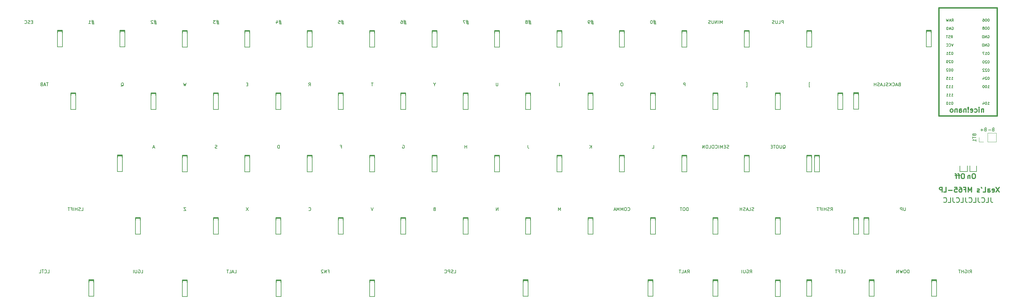
<source format=gbo>
G04 #@! TF.GenerationSoftware,KiCad,Pcbnew,(5.1.10)-1*
G04 #@! TF.CreationDate,2022-02-10T09:54:13+11:00*
G04 #@! TF.ProjectId,mf68,6d663638-2e6b-4696-9361-645f70636258,rev?*
G04 #@! TF.SameCoordinates,Original*
G04 #@! TF.FileFunction,Legend,Bot*
G04 #@! TF.FilePolarity,Positive*
%FSLAX46Y46*%
G04 Gerber Fmt 4.6, Leading zero omitted, Abs format (unit mm)*
G04 Created by KiCad (PCBNEW (5.1.10)-1) date 2022-02-10 09:54:13*
%MOMM*%
%LPD*%
G01*
G04 APERTURE LIST*
%ADD10C,0.300000*%
%ADD11C,0.250000*%
%ADD12C,0.150000*%
%ADD13C,0.120000*%
%ADD14C,0.381000*%
%ADD15C,0.200000*%
%ADD16C,2.200000*%
%ADD17C,1.700000*%
%ADD18C,2.000000*%
%ADD19C,3.400000*%
%ADD20C,1.200000*%
%ADD21R,1.600000X1.600000*%
%ADD22C,1.600000*%
%ADD23R,1.200000X1.600000*%
%ADD24O,1.700000X1.700000*%
%ADD25R,1.700000X1.700000*%
%ADD26C,1.500000*%
%ADD27C,1.752600*%
G04 APERTURE END LIST*
D10*
X338964071Y-115208771D02*
X337964071Y-116708771D01*
X337964071Y-115208771D02*
X338964071Y-116708771D01*
X336821214Y-116637342D02*
X336964071Y-116708771D01*
X337249785Y-116708771D01*
X337392642Y-116637342D01*
X337464071Y-116494485D01*
X337464071Y-115923057D01*
X337392642Y-115780200D01*
X337249785Y-115708771D01*
X336964071Y-115708771D01*
X336821214Y-115780200D01*
X336749785Y-115923057D01*
X336749785Y-116065914D01*
X337464071Y-116208771D01*
X335464071Y-116708771D02*
X335464071Y-115923057D01*
X335535500Y-115780200D01*
X335678357Y-115708771D01*
X335964071Y-115708771D01*
X336106928Y-115780200D01*
X335464071Y-116637342D02*
X335606928Y-116708771D01*
X335964071Y-116708771D01*
X336106928Y-116637342D01*
X336178357Y-116494485D01*
X336178357Y-116351628D01*
X336106928Y-116208771D01*
X335964071Y-116137342D01*
X335606928Y-116137342D01*
X335464071Y-116065914D01*
X334035500Y-116708771D02*
X334749785Y-116708771D01*
X334749785Y-115208771D01*
X333464071Y-115208771D02*
X333606928Y-115494485D01*
X332892642Y-116637342D02*
X332749785Y-116708771D01*
X332464071Y-116708771D01*
X332321214Y-116637342D01*
X332249785Y-116494485D01*
X332249785Y-116423057D01*
X332321214Y-116280200D01*
X332464071Y-116208771D01*
X332678357Y-116208771D01*
X332821214Y-116137342D01*
X332892642Y-115994485D01*
X332892642Y-115923057D01*
X332821214Y-115780200D01*
X332678357Y-115708771D01*
X332464071Y-115708771D01*
X332321214Y-115780200D01*
X330464071Y-116708771D02*
X330464071Y-115208771D01*
X329964071Y-116280200D01*
X329464071Y-115208771D01*
X329464071Y-116708771D01*
X328249785Y-115923057D02*
X328749785Y-115923057D01*
X328749785Y-116708771D02*
X328749785Y-115208771D01*
X328035500Y-115208771D01*
X326821214Y-115208771D02*
X327106928Y-115208771D01*
X327249785Y-115280200D01*
X327321214Y-115351628D01*
X327464071Y-115565914D01*
X327535500Y-115851628D01*
X327535500Y-116423057D01*
X327464071Y-116565914D01*
X327392642Y-116637342D01*
X327249785Y-116708771D01*
X326964071Y-116708771D01*
X326821214Y-116637342D01*
X326749785Y-116565914D01*
X326678357Y-116423057D01*
X326678357Y-116065914D01*
X326749785Y-115923057D01*
X326821214Y-115851628D01*
X326964071Y-115780200D01*
X327249785Y-115780200D01*
X327392642Y-115851628D01*
X327464071Y-115923057D01*
X327535500Y-116065914D01*
X325321214Y-115208771D02*
X326035500Y-115208771D01*
X326106928Y-115923057D01*
X326035500Y-115851628D01*
X325892642Y-115780200D01*
X325535500Y-115780200D01*
X325392642Y-115851628D01*
X325321214Y-115923057D01*
X325249785Y-116065914D01*
X325249785Y-116423057D01*
X325321214Y-116565914D01*
X325392642Y-116637342D01*
X325535500Y-116708771D01*
X325892642Y-116708771D01*
X326035500Y-116637342D01*
X326106928Y-116565914D01*
X324606928Y-116137342D02*
X323464071Y-116137342D01*
X322035500Y-116708771D02*
X322749785Y-116708771D01*
X322749785Y-115208771D01*
X321535500Y-116708771D02*
X321535500Y-115208771D01*
X320964071Y-115208771D01*
X320821214Y-115280200D01*
X320749785Y-115351628D01*
X320678357Y-115494485D01*
X320678357Y-115708771D01*
X320749785Y-115851628D01*
X320821214Y-115923057D01*
X320964071Y-115994485D01*
X321535500Y-115994485D01*
D11*
X336328571Y-118328571D02*
X336328571Y-119400000D01*
X336400000Y-119614285D01*
X336542857Y-119757142D01*
X336757142Y-119828571D01*
X336900000Y-119828571D01*
X334900000Y-119828571D02*
X335614285Y-119828571D01*
X335614285Y-118328571D01*
X333542857Y-119685714D02*
X333614285Y-119757142D01*
X333828571Y-119828571D01*
X333971428Y-119828571D01*
X334185714Y-119757142D01*
X334328571Y-119614285D01*
X334400000Y-119471428D01*
X334471428Y-119185714D01*
X334471428Y-118971428D01*
X334400000Y-118685714D01*
X334328571Y-118542857D01*
X334185714Y-118400000D01*
X333971428Y-118328571D01*
X333828571Y-118328571D01*
X333614285Y-118400000D01*
X333542857Y-118471428D01*
X332471428Y-118328571D02*
X332471428Y-119400000D01*
X332542857Y-119614285D01*
X332685714Y-119757142D01*
X332900000Y-119828571D01*
X333042857Y-119828571D01*
X331042857Y-119828571D02*
X331757142Y-119828571D01*
X331757142Y-118328571D01*
X329685714Y-119685714D02*
X329757142Y-119757142D01*
X329971428Y-119828571D01*
X330114285Y-119828571D01*
X330328571Y-119757142D01*
X330471428Y-119614285D01*
X330542857Y-119471428D01*
X330614285Y-119185714D01*
X330614285Y-118971428D01*
X330542857Y-118685714D01*
X330471428Y-118542857D01*
X330328571Y-118400000D01*
X330114285Y-118328571D01*
X329971428Y-118328571D01*
X329757142Y-118400000D01*
X329685714Y-118471428D01*
X328614285Y-118328571D02*
X328614285Y-119400000D01*
X328685714Y-119614285D01*
X328828571Y-119757142D01*
X329042857Y-119828571D01*
X329185714Y-119828571D01*
X327185714Y-119828571D02*
X327900000Y-119828571D01*
X327900000Y-118328571D01*
X325828571Y-119685714D02*
X325900000Y-119757142D01*
X326114285Y-119828571D01*
X326257142Y-119828571D01*
X326471428Y-119757142D01*
X326614285Y-119614285D01*
X326685714Y-119471428D01*
X326757142Y-119185714D01*
X326757142Y-118971428D01*
X326685714Y-118685714D01*
X326614285Y-118542857D01*
X326471428Y-118400000D01*
X326257142Y-118328571D01*
X326114285Y-118328571D01*
X325900000Y-118400000D01*
X325828571Y-118471428D01*
X324757142Y-118328571D02*
X324757142Y-119400000D01*
X324828571Y-119614285D01*
X324971428Y-119757142D01*
X325185714Y-119828571D01*
X325328571Y-119828571D01*
X323328571Y-119828571D02*
X324042857Y-119828571D01*
X324042857Y-118328571D01*
X321971428Y-119685714D02*
X322042857Y-119757142D01*
X322257142Y-119828571D01*
X322400000Y-119828571D01*
X322614285Y-119757142D01*
X322757142Y-119614285D01*
X322828571Y-119471428D01*
X322900000Y-119185714D01*
X322900000Y-118971428D01*
X322828571Y-118685714D01*
X322757142Y-118542857D01*
X322614285Y-118400000D01*
X322400000Y-118328571D01*
X322257142Y-118328571D01*
X322042857Y-118400000D01*
X321971428Y-118471428D01*
D12*
X326985400Y-109892900D02*
X326985400Y-108642900D01*
X329235400Y-109892900D02*
X329235400Y-108642900D01*
X331985400Y-110392900D02*
X331985400Y-108642900D01*
X329985400Y-110392900D02*
X331985400Y-110392900D01*
X329985400Y-110392900D02*
X329985400Y-108642900D01*
X329235400Y-110392900D02*
X329235400Y-109892900D01*
X326985400Y-110392900D02*
X329235400Y-110392900D01*
X326985400Y-109892900D02*
X326985400Y-110392900D01*
D10*
X331306828Y-111065471D02*
X331021114Y-111065471D01*
X330878257Y-111136900D01*
X330735400Y-111279757D01*
X330663971Y-111565471D01*
X330663971Y-112065471D01*
X330735400Y-112351185D01*
X330878257Y-112494042D01*
X331021114Y-112565471D01*
X331306828Y-112565471D01*
X331449685Y-112494042D01*
X331592542Y-112351185D01*
X331663971Y-112065471D01*
X331663971Y-111565471D01*
X331592542Y-111279757D01*
X331449685Y-111136900D01*
X331306828Y-111065471D01*
X330021114Y-111565471D02*
X330021114Y-112565471D01*
X330021114Y-111708328D02*
X329949685Y-111636900D01*
X329806828Y-111565471D01*
X329592542Y-111565471D01*
X329449685Y-111636900D01*
X329378257Y-111779757D01*
X329378257Y-112565471D01*
X327985400Y-111065471D02*
X327699685Y-111065471D01*
X327556828Y-111136900D01*
X327413971Y-111279757D01*
X327342542Y-111565471D01*
X327342542Y-112065471D01*
X327413971Y-112351185D01*
X327556828Y-112494042D01*
X327699685Y-112565471D01*
X327985400Y-112565471D01*
X328128257Y-112494042D01*
X328271114Y-112351185D01*
X328342542Y-112065471D01*
X328342542Y-111565471D01*
X328271114Y-111279757D01*
X328128257Y-111136900D01*
X327985400Y-111065471D01*
X326913971Y-111565471D02*
X326342542Y-111565471D01*
X326699685Y-112565471D02*
X326699685Y-111279757D01*
X326628257Y-111136900D01*
X326485400Y-111065471D01*
X326342542Y-111065471D01*
X326056828Y-111565471D02*
X325485400Y-111565471D01*
X325842542Y-112565471D02*
X325842542Y-111279757D01*
X325771114Y-111136900D01*
X325628257Y-111065471D01*
X325485400Y-111065471D01*
D12*
X337063819Y-97528871D02*
X336920961Y-97576490D01*
X336873342Y-97624109D01*
X336825723Y-97719347D01*
X336825723Y-97862204D01*
X336873342Y-97957442D01*
X336920961Y-98005061D01*
X337016200Y-98052680D01*
X337397152Y-98052680D01*
X337397152Y-97052680D01*
X337063819Y-97052680D01*
X336968580Y-97100300D01*
X336920961Y-97147919D01*
X336873342Y-97243157D01*
X336873342Y-97338395D01*
X336920961Y-97433633D01*
X336968580Y-97481252D01*
X337063819Y-97528871D01*
X337397152Y-97528871D01*
X336397152Y-97671728D02*
X335635247Y-97671728D01*
X334682719Y-97528871D02*
X334539861Y-97576490D01*
X334492242Y-97624109D01*
X334444623Y-97719347D01*
X334444623Y-97862204D01*
X334492242Y-97957442D01*
X334539861Y-98005061D01*
X334635100Y-98052680D01*
X335016052Y-98052680D01*
X335016052Y-97052680D01*
X334682719Y-97052680D01*
X334587480Y-97100300D01*
X334539861Y-97147919D01*
X334492242Y-97243157D01*
X334492242Y-97338395D01*
X334539861Y-97433633D01*
X334587480Y-97481252D01*
X334682719Y-97528871D01*
X335016052Y-97528871D01*
X334016052Y-97671728D02*
X333254147Y-97671728D01*
X333635100Y-98052680D02*
X333635100Y-97290776D01*
X316738000Y-68003250D02*
X318262000Y-68003250D01*
X316738000Y-67876250D02*
X318262000Y-67876250D01*
X318262000Y-67749250D02*
X316738000Y-67749250D01*
X316738000Y-67368250D02*
X318262000Y-67368250D01*
X318262000Y-67495250D02*
X316738000Y-67495250D01*
X316738000Y-67622250D02*
X318262000Y-67622250D01*
X316738000Y-72321250D02*
X316738000Y-71813250D01*
X318262000Y-72321250D02*
X316738000Y-72321250D01*
X318262000Y-67241250D02*
X318262000Y-72321250D01*
X316738000Y-67241250D02*
X318262000Y-67241250D01*
X316738000Y-72321250D02*
X316738000Y-67241250D01*
X297673400Y-125196150D02*
X299197400Y-125196150D01*
X297673400Y-125069150D02*
X299197400Y-125069150D01*
X299197400Y-124942150D02*
X297673400Y-124942150D01*
X297673400Y-124561150D02*
X299197400Y-124561150D01*
X299197400Y-124688150D02*
X297673400Y-124688150D01*
X297673400Y-124815150D02*
X299197400Y-124815150D01*
X297673400Y-129514150D02*
X297673400Y-129006150D01*
X299197400Y-129514150D02*
X297673400Y-129514150D01*
X299197400Y-124434150D02*
X299197400Y-129514150D01*
X297673400Y-124434150D02*
X299197400Y-124434150D01*
X297673400Y-129514150D02*
X297673400Y-124434150D01*
X318292800Y-144203250D02*
X319816800Y-144203250D01*
X318292800Y-144076250D02*
X319816800Y-144076250D01*
X319816800Y-143949250D02*
X318292800Y-143949250D01*
X318292800Y-143568250D02*
X319816800Y-143568250D01*
X319816800Y-143695250D02*
X318292800Y-143695250D01*
X318292800Y-143822250D02*
X319816800Y-143822250D01*
X318292800Y-148521250D02*
X318292800Y-148013250D01*
X319816800Y-148521250D02*
X318292800Y-148521250D01*
X319816800Y-143441250D02*
X319816800Y-148521250D01*
X318292800Y-143441250D02*
X319816800Y-143441250D01*
X318292800Y-148521250D02*
X318292800Y-143441250D01*
X299244000Y-144203250D02*
X300768000Y-144203250D01*
X299244000Y-144076250D02*
X300768000Y-144076250D01*
X300768000Y-143949250D02*
X299244000Y-143949250D01*
X299244000Y-143568250D02*
X300768000Y-143568250D01*
X300768000Y-143695250D02*
X299244000Y-143695250D01*
X299244000Y-143822250D02*
X300768000Y-143822250D01*
X299244000Y-148521250D02*
X299244000Y-148013250D01*
X300768000Y-148521250D02*
X299244000Y-148521250D01*
X300768000Y-143441250D02*
X300768000Y-148521250D01*
X299244000Y-143441250D02*
X300768000Y-143441250D01*
X299244000Y-148521250D02*
X299244000Y-143441250D01*
X280225500Y-144203250D02*
X281749500Y-144203250D01*
X280225500Y-144076250D02*
X281749500Y-144076250D01*
X281749500Y-143949250D02*
X280225500Y-143949250D01*
X280225500Y-143568250D02*
X281749500Y-143568250D01*
X281749500Y-143695250D02*
X280225500Y-143695250D01*
X280225500Y-143822250D02*
X281749500Y-143822250D01*
X280225500Y-148521250D02*
X280225500Y-148013250D01*
X281749500Y-148521250D02*
X280225500Y-148521250D01*
X281749500Y-143441250D02*
X281749500Y-148521250D01*
X280225500Y-143441250D02*
X281749500Y-143441250D01*
X280225500Y-148521250D02*
X280225500Y-143441250D01*
X270670800Y-144272000D02*
X272194800Y-144272000D01*
X270670800Y-144145000D02*
X272194800Y-144145000D01*
X272194800Y-144018000D02*
X270670800Y-144018000D01*
X270670800Y-143637000D02*
X272194800Y-143637000D01*
X272194800Y-143764000D02*
X270670800Y-143764000D01*
X270670800Y-143891000D02*
X272194800Y-143891000D01*
X270670800Y-148590000D02*
X270670800Y-148082000D01*
X272194800Y-148590000D02*
X270670800Y-148590000D01*
X272194800Y-143510000D02*
X272194800Y-148590000D01*
X270670800Y-143510000D02*
X272194800Y-143510000D01*
X270670800Y-148590000D02*
X270670800Y-143510000D01*
X251622000Y-144203250D02*
X253146000Y-144203250D01*
X251622000Y-144076250D02*
X253146000Y-144076250D01*
X253146000Y-143949250D02*
X251622000Y-143949250D01*
X251622000Y-143568250D02*
X253146000Y-143568250D01*
X253146000Y-143695250D02*
X251622000Y-143695250D01*
X251622000Y-143822250D02*
X253146000Y-143822250D01*
X251622000Y-148521250D02*
X251622000Y-148013250D01*
X253146000Y-148521250D02*
X251622000Y-148521250D01*
X253146000Y-143441250D02*
X253146000Y-148521250D01*
X251622000Y-143441250D02*
X253146000Y-143441250D01*
X251622000Y-148521250D02*
X251622000Y-143441250D01*
X231806750Y-144203250D02*
X233330750Y-144203250D01*
X231806750Y-144076250D02*
X233330750Y-144076250D01*
X233330750Y-143949250D02*
X231806750Y-143949250D01*
X231806750Y-143568250D02*
X233330750Y-143568250D01*
X233330750Y-143695250D02*
X231806750Y-143695250D01*
X231806750Y-143822250D02*
X233330750Y-143822250D01*
X231806750Y-148521250D02*
X231806750Y-148013250D01*
X233330750Y-148521250D02*
X231806750Y-148521250D01*
X233330750Y-143441250D02*
X233330750Y-148521250D01*
X231806750Y-143441250D02*
X233330750Y-143441250D01*
X231806750Y-148521250D02*
X231806750Y-143441250D01*
X193706750Y-144203250D02*
X195230750Y-144203250D01*
X193706750Y-144076250D02*
X195230750Y-144076250D01*
X195230750Y-143949250D02*
X193706750Y-143949250D01*
X193706750Y-143568250D02*
X195230750Y-143568250D01*
X195230750Y-143695250D02*
X193706750Y-143695250D01*
X193706750Y-143822250D02*
X195230750Y-143822250D01*
X193706750Y-148521250D02*
X193706750Y-148013250D01*
X195230750Y-148521250D02*
X193706750Y-148521250D01*
X195230750Y-143441250D02*
X195230750Y-148521250D01*
X193706750Y-143441250D02*
X195230750Y-143441250D01*
X193706750Y-148521250D02*
X193706750Y-143441250D01*
X146875500Y-144272000D02*
X148399500Y-144272000D01*
X146875500Y-144145000D02*
X148399500Y-144145000D01*
X148399500Y-144018000D02*
X146875500Y-144018000D01*
X146875500Y-143637000D02*
X148399500Y-143637000D01*
X148399500Y-143764000D02*
X146875500Y-143764000D01*
X146875500Y-143891000D02*
X148399500Y-143891000D01*
X146875500Y-148590000D02*
X146875500Y-148082000D01*
X148399500Y-148590000D02*
X146875500Y-148590000D01*
X148399500Y-143510000D02*
X148399500Y-148590000D01*
X146875500Y-143510000D02*
X148399500Y-143510000D01*
X146875500Y-148590000D02*
X146875500Y-143510000D01*
X118300500Y-144272000D02*
X119824500Y-144272000D01*
X118300500Y-144145000D02*
X119824500Y-144145000D01*
X119824500Y-144018000D02*
X118300500Y-144018000D01*
X118300500Y-143637000D02*
X119824500Y-143637000D01*
X119824500Y-143764000D02*
X118300500Y-143764000D01*
X118300500Y-143891000D02*
X119824500Y-143891000D01*
X118300500Y-148590000D02*
X118300500Y-148082000D01*
X119824500Y-148590000D02*
X118300500Y-148590000D01*
X119824500Y-143510000D02*
X119824500Y-148590000D01*
X118300500Y-143510000D02*
X119824500Y-143510000D01*
X118300500Y-148590000D02*
X118300500Y-143510000D01*
X89725500Y-144272000D02*
X91249500Y-144272000D01*
X89725500Y-144145000D02*
X91249500Y-144145000D01*
X91249500Y-144018000D02*
X89725500Y-144018000D01*
X89725500Y-143637000D02*
X91249500Y-143637000D01*
X91249500Y-143764000D02*
X89725500Y-143764000D01*
X89725500Y-143891000D02*
X91249500Y-143891000D01*
X89725500Y-148590000D02*
X89725500Y-148082000D01*
X91249500Y-148590000D02*
X89725500Y-148590000D01*
X91249500Y-143510000D02*
X91249500Y-148590000D01*
X89725500Y-143510000D02*
X91249500Y-143510000D01*
X89725500Y-148590000D02*
X89725500Y-143510000D01*
X61150500Y-144203250D02*
X62674500Y-144203250D01*
X61150500Y-144076250D02*
X62674500Y-144076250D01*
X62674500Y-143949250D02*
X61150500Y-143949250D01*
X61150500Y-143568250D02*
X62674500Y-143568250D01*
X62674500Y-143695250D02*
X61150500Y-143695250D01*
X61150500Y-143822250D02*
X62674500Y-143822250D01*
X61150500Y-148521250D02*
X61150500Y-148013250D01*
X62674500Y-148521250D02*
X61150500Y-148521250D01*
X62674500Y-143441250D02*
X62674500Y-148521250D01*
X61150500Y-143441250D02*
X62674500Y-143441250D01*
X61150500Y-148521250D02*
X61150500Y-143441250D01*
X294481800Y-87053250D02*
X296005800Y-87053250D01*
X294481800Y-86926250D02*
X296005800Y-86926250D01*
X296005800Y-86799250D02*
X294481800Y-86799250D01*
X294481800Y-86418250D02*
X296005800Y-86418250D01*
X296005800Y-86545250D02*
X294481800Y-86545250D01*
X294481800Y-86672250D02*
X296005800Y-86672250D01*
X294481800Y-91371250D02*
X294481800Y-90863250D01*
X296005800Y-91371250D02*
X294481800Y-91371250D01*
X296005800Y-86291250D02*
X296005800Y-91371250D01*
X294481800Y-86291250D02*
X296005800Y-86291250D01*
X294481800Y-91371250D02*
X294481800Y-86291250D01*
X294481800Y-125188950D02*
X296005800Y-125188950D01*
X294481800Y-125061950D02*
X296005800Y-125061950D01*
X296005800Y-124934950D02*
X294481800Y-124934950D01*
X294481800Y-124553950D02*
X296005800Y-124553950D01*
X296005800Y-124680950D02*
X294481800Y-124680950D01*
X294481800Y-124807950D02*
X296005800Y-124807950D01*
X294481800Y-129506950D02*
X294481800Y-128998950D01*
X296005800Y-129506950D02*
X294481800Y-129506950D01*
X296005800Y-124426950D02*
X296005800Y-129506950D01*
X294481800Y-124426950D02*
X296005800Y-124426950D01*
X294481800Y-129506950D02*
X294481800Y-124426950D01*
X270670800Y-125188950D02*
X272194800Y-125188950D01*
X270670800Y-125061950D02*
X272194800Y-125061950D01*
X272194800Y-124934950D02*
X270670800Y-124934950D01*
X270670800Y-124553950D02*
X272194800Y-124553950D01*
X272194800Y-124680950D02*
X270670800Y-124680950D01*
X270670800Y-124807950D02*
X272194800Y-124807950D01*
X270670800Y-129506950D02*
X270670800Y-128998950D01*
X272194800Y-129506950D02*
X270670800Y-129506950D01*
X272194800Y-124426950D02*
X272194800Y-129506950D01*
X270670800Y-124426950D02*
X272194800Y-124426950D01*
X270670800Y-129506950D02*
X270670800Y-124426950D01*
X251622000Y-125188950D02*
X253146000Y-125188950D01*
X251622000Y-125061950D02*
X253146000Y-125061950D01*
X253146000Y-124934950D02*
X251622000Y-124934950D01*
X251622000Y-124553950D02*
X253146000Y-124553950D01*
X253146000Y-124680950D02*
X251622000Y-124680950D01*
X251622000Y-124807950D02*
X253146000Y-124807950D01*
X251622000Y-129506950D02*
X251622000Y-128998950D01*
X253146000Y-129506950D02*
X251622000Y-129506950D01*
X253146000Y-124426950D02*
X253146000Y-129506950D01*
X251622000Y-124426950D02*
X253146000Y-124426950D01*
X251622000Y-129506950D02*
X251622000Y-124426950D01*
X232573200Y-125188950D02*
X234097200Y-125188950D01*
X232573200Y-125061950D02*
X234097200Y-125061950D01*
X234097200Y-124934950D02*
X232573200Y-124934950D01*
X232573200Y-124553950D02*
X234097200Y-124553950D01*
X234097200Y-124680950D02*
X232573200Y-124680950D01*
X232573200Y-124807950D02*
X234097200Y-124807950D01*
X232573200Y-129506950D02*
X232573200Y-128998950D01*
X234097200Y-129506950D02*
X232573200Y-129506950D01*
X234097200Y-124426950D02*
X234097200Y-129506950D01*
X232573200Y-124426950D02*
X234097200Y-124426950D01*
X232573200Y-129506950D02*
X232573200Y-124426950D01*
X213524400Y-125188950D02*
X215048400Y-125188950D01*
X213524400Y-125061950D02*
X215048400Y-125061950D01*
X215048400Y-124934950D02*
X213524400Y-124934950D01*
X213524400Y-124553950D02*
X215048400Y-124553950D01*
X215048400Y-124680950D02*
X213524400Y-124680950D01*
X213524400Y-124807950D02*
X215048400Y-124807950D01*
X213524400Y-129506950D02*
X213524400Y-128998950D01*
X215048400Y-129506950D02*
X213524400Y-129506950D01*
X215048400Y-124426950D02*
X215048400Y-129506950D01*
X213524400Y-124426950D02*
X215048400Y-124426950D01*
X213524400Y-129506950D02*
X213524400Y-124426950D01*
X194475600Y-125188950D02*
X195999600Y-125188950D01*
X194475600Y-125061950D02*
X195999600Y-125061950D01*
X195999600Y-124934950D02*
X194475600Y-124934950D01*
X194475600Y-124553950D02*
X195999600Y-124553950D01*
X195999600Y-124680950D02*
X194475600Y-124680950D01*
X194475600Y-124807950D02*
X195999600Y-124807950D01*
X194475600Y-129506950D02*
X194475600Y-128998950D01*
X195999600Y-129506950D02*
X194475600Y-129506950D01*
X195999600Y-124426950D02*
X195999600Y-129506950D01*
X194475600Y-124426950D02*
X195999600Y-124426950D01*
X194475600Y-129506950D02*
X194475600Y-124426950D01*
X175426800Y-125188950D02*
X176950800Y-125188950D01*
X175426800Y-125061950D02*
X176950800Y-125061950D01*
X176950800Y-124934950D02*
X175426800Y-124934950D01*
X175426800Y-124553950D02*
X176950800Y-124553950D01*
X176950800Y-124680950D02*
X175426800Y-124680950D01*
X175426800Y-124807950D02*
X176950800Y-124807950D01*
X175426800Y-129506950D02*
X175426800Y-128998950D01*
X176950800Y-129506950D02*
X175426800Y-129506950D01*
X176950800Y-124426950D02*
X176950800Y-129506950D01*
X175426800Y-124426950D02*
X176950800Y-124426950D01*
X175426800Y-129506950D02*
X175426800Y-124426950D01*
X156378000Y-125188950D02*
X157902000Y-125188950D01*
X156378000Y-125061950D02*
X157902000Y-125061950D01*
X157902000Y-124934950D02*
X156378000Y-124934950D01*
X156378000Y-124553950D02*
X157902000Y-124553950D01*
X157902000Y-124680950D02*
X156378000Y-124680950D01*
X156378000Y-124807950D02*
X157902000Y-124807950D01*
X156378000Y-129506950D02*
X156378000Y-128998950D01*
X157902000Y-129506950D02*
X156378000Y-129506950D01*
X157902000Y-124426950D02*
X157902000Y-129506950D01*
X156378000Y-124426950D02*
X157902000Y-124426950D01*
X156378000Y-129506950D02*
X156378000Y-124426950D01*
X137329200Y-125188950D02*
X138853200Y-125188950D01*
X137329200Y-125061950D02*
X138853200Y-125061950D01*
X138853200Y-124934950D02*
X137329200Y-124934950D01*
X137329200Y-124553950D02*
X138853200Y-124553950D01*
X138853200Y-124680950D02*
X137329200Y-124680950D01*
X137329200Y-124807950D02*
X138853200Y-124807950D01*
X137329200Y-129506950D02*
X137329200Y-128998950D01*
X138853200Y-129506950D02*
X137329200Y-129506950D01*
X138853200Y-124426950D02*
X138853200Y-129506950D01*
X137329200Y-124426950D02*
X138853200Y-124426950D01*
X137329200Y-129506950D02*
X137329200Y-124426950D01*
X118280400Y-125188950D02*
X119804400Y-125188950D01*
X118280400Y-125061950D02*
X119804400Y-125061950D01*
X119804400Y-124934950D02*
X118280400Y-124934950D01*
X118280400Y-124553950D02*
X119804400Y-124553950D01*
X119804400Y-124680950D02*
X118280400Y-124680950D01*
X118280400Y-124807950D02*
X119804400Y-124807950D01*
X118280400Y-129506950D02*
X118280400Y-128998950D01*
X119804400Y-129506950D02*
X118280400Y-129506950D01*
X119804400Y-124426950D02*
X119804400Y-129506950D01*
X118280400Y-124426950D02*
X119804400Y-124426950D01*
X118280400Y-129506950D02*
X118280400Y-124426950D01*
X99231600Y-125188950D02*
X100755600Y-125188950D01*
X99231600Y-125061950D02*
X100755600Y-125061950D01*
X100755600Y-124934950D02*
X99231600Y-124934950D01*
X99231600Y-124553950D02*
X100755600Y-124553950D01*
X100755600Y-124680950D02*
X99231600Y-124680950D01*
X99231600Y-124807950D02*
X100755600Y-124807950D01*
X99231600Y-129506950D02*
X99231600Y-128998950D01*
X100755600Y-129506950D02*
X99231600Y-129506950D01*
X100755600Y-124426950D02*
X100755600Y-129506950D01*
X99231600Y-124426950D02*
X100755600Y-124426950D01*
X99231600Y-129506950D02*
X99231600Y-124426950D01*
X75420600Y-125188950D02*
X76944600Y-125188950D01*
X75420600Y-125061950D02*
X76944600Y-125061950D01*
X76944600Y-124934950D02*
X75420600Y-124934950D01*
X75420600Y-124553950D02*
X76944600Y-124553950D01*
X76944600Y-124680950D02*
X75420600Y-124680950D01*
X75420600Y-124807950D02*
X76944600Y-124807950D01*
X75420600Y-129506950D02*
X75420600Y-128998950D01*
X76944600Y-129506950D02*
X75420600Y-129506950D01*
X76944600Y-124426950D02*
X76944600Y-129506950D01*
X75420600Y-124426950D02*
X76944600Y-124426950D01*
X75420600Y-129506950D02*
X75420600Y-124426950D01*
X282606750Y-106140150D02*
X284130750Y-106140150D01*
X282606750Y-106013150D02*
X284130750Y-106013150D01*
X284130750Y-105886150D02*
X282606750Y-105886150D01*
X282606750Y-105505150D02*
X284130750Y-105505150D01*
X284130750Y-105632150D02*
X282606750Y-105632150D01*
X282606750Y-105759150D02*
X284130750Y-105759150D01*
X282606750Y-110458150D02*
X282606750Y-109950150D01*
X284130750Y-110458150D02*
X282606750Y-110458150D01*
X284130750Y-105378150D02*
X284130750Y-110458150D01*
X282606750Y-105378150D02*
X284130750Y-105378150D01*
X282606750Y-110458150D02*
X282606750Y-105378150D01*
X280225500Y-106140150D02*
X281749500Y-106140150D01*
X280225500Y-106013150D02*
X281749500Y-106013150D01*
X281749500Y-105886150D02*
X280225500Y-105886150D01*
X280225500Y-105505150D02*
X281749500Y-105505150D01*
X281749500Y-105632150D02*
X280225500Y-105632150D01*
X280225500Y-105759150D02*
X281749500Y-105759150D01*
X280225500Y-110458150D02*
X280225500Y-109950150D01*
X281749500Y-110458150D02*
X280225500Y-110458150D01*
X281749500Y-105378150D02*
X281749500Y-110458150D01*
X280225500Y-105378150D02*
X281749500Y-105378150D01*
X280225500Y-110458150D02*
X280225500Y-105378150D01*
X261146400Y-106140150D02*
X262670400Y-106140150D01*
X261146400Y-106013150D02*
X262670400Y-106013150D01*
X262670400Y-105886150D02*
X261146400Y-105886150D01*
X261146400Y-105505150D02*
X262670400Y-105505150D01*
X262670400Y-105632150D02*
X261146400Y-105632150D01*
X261146400Y-105759150D02*
X262670400Y-105759150D01*
X261146400Y-110458150D02*
X261146400Y-109950150D01*
X262670400Y-110458150D02*
X261146400Y-110458150D01*
X262670400Y-105378150D02*
X262670400Y-110458150D01*
X261146400Y-105378150D02*
X262670400Y-105378150D01*
X261146400Y-110458150D02*
X261146400Y-105378150D01*
X242097600Y-106140150D02*
X243621600Y-106140150D01*
X242097600Y-106013150D02*
X243621600Y-106013150D01*
X243621600Y-105886150D02*
X242097600Y-105886150D01*
X242097600Y-105505150D02*
X243621600Y-105505150D01*
X243621600Y-105632150D02*
X242097600Y-105632150D01*
X242097600Y-105759150D02*
X243621600Y-105759150D01*
X242097600Y-110458150D02*
X242097600Y-109950150D01*
X243621600Y-110458150D02*
X242097600Y-110458150D01*
X243621600Y-105378150D02*
X243621600Y-110458150D01*
X242097600Y-105378150D02*
X243621600Y-105378150D01*
X242097600Y-110458150D02*
X242097600Y-105378150D01*
X223048800Y-106140150D02*
X224572800Y-106140150D01*
X223048800Y-106013150D02*
X224572800Y-106013150D01*
X224572800Y-105886150D02*
X223048800Y-105886150D01*
X223048800Y-105505150D02*
X224572800Y-105505150D01*
X224572800Y-105632150D02*
X223048800Y-105632150D01*
X223048800Y-105759150D02*
X224572800Y-105759150D01*
X223048800Y-110458150D02*
X223048800Y-109950150D01*
X224572800Y-110458150D02*
X223048800Y-110458150D01*
X224572800Y-105378150D02*
X224572800Y-110458150D01*
X223048800Y-105378150D02*
X224572800Y-105378150D01*
X223048800Y-110458150D02*
X223048800Y-105378150D01*
X204000000Y-106140150D02*
X205524000Y-106140150D01*
X204000000Y-106013150D02*
X205524000Y-106013150D01*
X205524000Y-105886150D02*
X204000000Y-105886150D01*
X204000000Y-105505150D02*
X205524000Y-105505150D01*
X205524000Y-105632150D02*
X204000000Y-105632150D01*
X204000000Y-105759150D02*
X205524000Y-105759150D01*
X204000000Y-110458150D02*
X204000000Y-109950150D01*
X205524000Y-110458150D02*
X204000000Y-110458150D01*
X205524000Y-105378150D02*
X205524000Y-110458150D01*
X204000000Y-105378150D02*
X205524000Y-105378150D01*
X204000000Y-110458150D02*
X204000000Y-105378150D01*
X184951200Y-106140150D02*
X186475200Y-106140150D01*
X184951200Y-106013150D02*
X186475200Y-106013150D01*
X186475200Y-105886150D02*
X184951200Y-105886150D01*
X184951200Y-105505150D02*
X186475200Y-105505150D01*
X186475200Y-105632150D02*
X184951200Y-105632150D01*
X184951200Y-105759150D02*
X186475200Y-105759150D01*
X184951200Y-110458150D02*
X184951200Y-109950150D01*
X186475200Y-110458150D02*
X184951200Y-110458150D01*
X186475200Y-105378150D02*
X186475200Y-110458150D01*
X184951200Y-105378150D02*
X186475200Y-105378150D01*
X184951200Y-110458150D02*
X184951200Y-105378150D01*
X165902400Y-106140150D02*
X167426400Y-106140150D01*
X165902400Y-106013150D02*
X167426400Y-106013150D01*
X167426400Y-105886150D02*
X165902400Y-105886150D01*
X165902400Y-105505150D02*
X167426400Y-105505150D01*
X167426400Y-105632150D02*
X165902400Y-105632150D01*
X165902400Y-105759150D02*
X167426400Y-105759150D01*
X165902400Y-110458150D02*
X165902400Y-109950150D01*
X167426400Y-110458150D02*
X165902400Y-110458150D01*
X167426400Y-105378150D02*
X167426400Y-110458150D01*
X165902400Y-105378150D02*
X167426400Y-105378150D01*
X165902400Y-110458150D02*
X165902400Y-105378150D01*
X146853600Y-106140150D02*
X148377600Y-106140150D01*
X146853600Y-106013150D02*
X148377600Y-106013150D01*
X148377600Y-105886150D02*
X146853600Y-105886150D01*
X146853600Y-105505150D02*
X148377600Y-105505150D01*
X148377600Y-105632150D02*
X146853600Y-105632150D01*
X146853600Y-105759150D02*
X148377600Y-105759150D01*
X146853600Y-110458150D02*
X146853600Y-109950150D01*
X148377600Y-110458150D02*
X146853600Y-110458150D01*
X148377600Y-105378150D02*
X148377600Y-110458150D01*
X146853600Y-105378150D02*
X148377600Y-105378150D01*
X146853600Y-110458150D02*
X146853600Y-105378150D01*
X127804800Y-106140150D02*
X129328800Y-106140150D01*
X127804800Y-106013150D02*
X129328800Y-106013150D01*
X129328800Y-105886150D02*
X127804800Y-105886150D01*
X127804800Y-105505150D02*
X129328800Y-105505150D01*
X129328800Y-105632150D02*
X127804800Y-105632150D01*
X127804800Y-105759150D02*
X129328800Y-105759150D01*
X127804800Y-110458150D02*
X127804800Y-109950150D01*
X129328800Y-110458150D02*
X127804800Y-110458150D01*
X129328800Y-105378150D02*
X129328800Y-110458150D01*
X127804800Y-105378150D02*
X129328800Y-105378150D01*
X127804800Y-110458150D02*
X127804800Y-105378150D01*
X108756000Y-106140150D02*
X110280000Y-106140150D01*
X108756000Y-106013150D02*
X110280000Y-106013150D01*
X110280000Y-105886150D02*
X108756000Y-105886150D01*
X108756000Y-105505150D02*
X110280000Y-105505150D01*
X110280000Y-105632150D02*
X108756000Y-105632150D01*
X108756000Y-105759150D02*
X110280000Y-105759150D01*
X108756000Y-110458150D02*
X108756000Y-109950150D01*
X110280000Y-110458150D02*
X108756000Y-110458150D01*
X110280000Y-105378150D02*
X110280000Y-110458150D01*
X108756000Y-105378150D02*
X110280000Y-105378150D01*
X108756000Y-110458150D02*
X108756000Y-105378150D01*
X89707200Y-106140150D02*
X91231200Y-106140150D01*
X89707200Y-106013150D02*
X91231200Y-106013150D01*
X91231200Y-105886150D02*
X89707200Y-105886150D01*
X89707200Y-105505150D02*
X91231200Y-105505150D01*
X91231200Y-105632150D02*
X89707200Y-105632150D01*
X89707200Y-105759150D02*
X91231200Y-105759150D01*
X89707200Y-110458150D02*
X89707200Y-109950150D01*
X91231200Y-110458150D02*
X89707200Y-110458150D01*
X91231200Y-105378150D02*
X91231200Y-110458150D01*
X89707200Y-105378150D02*
X91231200Y-105378150D01*
X89707200Y-110458150D02*
X89707200Y-105378150D01*
X69881750Y-106103250D02*
X71405750Y-106103250D01*
X69881750Y-105976250D02*
X71405750Y-105976250D01*
X71405750Y-105849250D02*
X69881750Y-105849250D01*
X69881750Y-105468250D02*
X71405750Y-105468250D01*
X71405750Y-105595250D02*
X69881750Y-105595250D01*
X69881750Y-105722250D02*
X71405750Y-105722250D01*
X69881750Y-110421250D02*
X69881750Y-109913250D01*
X71405750Y-110421250D02*
X69881750Y-110421250D01*
X71405750Y-105341250D02*
X71405750Y-110421250D01*
X69881750Y-105341250D02*
X71405750Y-105341250D01*
X69881750Y-110421250D02*
X69881750Y-105341250D01*
X289719600Y-87091350D02*
X291243600Y-87091350D01*
X289719600Y-86964350D02*
X291243600Y-86964350D01*
X291243600Y-86837350D02*
X289719600Y-86837350D01*
X289719600Y-86456350D02*
X291243600Y-86456350D01*
X291243600Y-86583350D02*
X289719600Y-86583350D01*
X289719600Y-86710350D02*
X291243600Y-86710350D01*
X289719600Y-91409350D02*
X289719600Y-90901350D01*
X291243600Y-91409350D02*
X289719600Y-91409350D01*
X291243600Y-86329350D02*
X291243600Y-91409350D01*
X289719600Y-86329350D02*
X291243600Y-86329350D01*
X289719600Y-91409350D02*
X289719600Y-86329350D01*
X270670800Y-87091350D02*
X272194800Y-87091350D01*
X270670800Y-86964350D02*
X272194800Y-86964350D01*
X272194800Y-86837350D02*
X270670800Y-86837350D01*
X270670800Y-86456350D02*
X272194800Y-86456350D01*
X272194800Y-86583350D02*
X270670800Y-86583350D01*
X270670800Y-86710350D02*
X272194800Y-86710350D01*
X270670800Y-91409350D02*
X270670800Y-90901350D01*
X272194800Y-91409350D02*
X270670800Y-91409350D01*
X272194800Y-86329350D02*
X272194800Y-91409350D01*
X270670800Y-86329350D02*
X272194800Y-86329350D01*
X270670800Y-91409350D02*
X270670800Y-86329350D01*
X251622000Y-87091350D02*
X253146000Y-87091350D01*
X251622000Y-86964350D02*
X253146000Y-86964350D01*
X253146000Y-86837350D02*
X251622000Y-86837350D01*
X251622000Y-86456350D02*
X253146000Y-86456350D01*
X253146000Y-86583350D02*
X251622000Y-86583350D01*
X251622000Y-86710350D02*
X253146000Y-86710350D01*
X251622000Y-91409350D02*
X251622000Y-90901350D01*
X253146000Y-91409350D02*
X251622000Y-91409350D01*
X253146000Y-86329350D02*
X253146000Y-91409350D01*
X251622000Y-86329350D02*
X253146000Y-86329350D01*
X251622000Y-91409350D02*
X251622000Y-86329350D01*
X232573200Y-87091350D02*
X234097200Y-87091350D01*
X232573200Y-86964350D02*
X234097200Y-86964350D01*
X234097200Y-86837350D02*
X232573200Y-86837350D01*
X232573200Y-86456350D02*
X234097200Y-86456350D01*
X234097200Y-86583350D02*
X232573200Y-86583350D01*
X232573200Y-86710350D02*
X234097200Y-86710350D01*
X232573200Y-91409350D02*
X232573200Y-90901350D01*
X234097200Y-91409350D02*
X232573200Y-91409350D01*
X234097200Y-86329350D02*
X234097200Y-91409350D01*
X232573200Y-86329350D02*
X234097200Y-86329350D01*
X232573200Y-91409350D02*
X232573200Y-86329350D01*
X213524400Y-87091350D02*
X215048400Y-87091350D01*
X213524400Y-86964350D02*
X215048400Y-86964350D01*
X215048400Y-86837350D02*
X213524400Y-86837350D01*
X213524400Y-86456350D02*
X215048400Y-86456350D01*
X215048400Y-86583350D02*
X213524400Y-86583350D01*
X213524400Y-86710350D02*
X215048400Y-86710350D01*
X213524400Y-91409350D02*
X213524400Y-90901350D01*
X215048400Y-91409350D02*
X213524400Y-91409350D01*
X215048400Y-86329350D02*
X215048400Y-91409350D01*
X213524400Y-86329350D02*
X215048400Y-86329350D01*
X213524400Y-91409350D02*
X213524400Y-86329350D01*
X194475600Y-87091350D02*
X195999600Y-87091350D01*
X194475600Y-86964350D02*
X195999600Y-86964350D01*
X195999600Y-86837350D02*
X194475600Y-86837350D01*
X194475600Y-86456350D02*
X195999600Y-86456350D01*
X195999600Y-86583350D02*
X194475600Y-86583350D01*
X194475600Y-86710350D02*
X195999600Y-86710350D01*
X194475600Y-91409350D02*
X194475600Y-90901350D01*
X195999600Y-91409350D02*
X194475600Y-91409350D01*
X195999600Y-86329350D02*
X195999600Y-91409350D01*
X194475600Y-86329350D02*
X195999600Y-86329350D01*
X194475600Y-91409350D02*
X194475600Y-86329350D01*
X175426800Y-87091350D02*
X176950800Y-87091350D01*
X175426800Y-86964350D02*
X176950800Y-86964350D01*
X176950800Y-86837350D02*
X175426800Y-86837350D01*
X175426800Y-86456350D02*
X176950800Y-86456350D01*
X176950800Y-86583350D02*
X175426800Y-86583350D01*
X175426800Y-86710350D02*
X176950800Y-86710350D01*
X175426800Y-91409350D02*
X175426800Y-90901350D01*
X176950800Y-91409350D02*
X175426800Y-91409350D01*
X176950800Y-86329350D02*
X176950800Y-91409350D01*
X175426800Y-86329350D02*
X176950800Y-86329350D01*
X175426800Y-91409350D02*
X175426800Y-86329350D01*
X156378000Y-87091350D02*
X157902000Y-87091350D01*
X156378000Y-86964350D02*
X157902000Y-86964350D01*
X157902000Y-86837350D02*
X156378000Y-86837350D01*
X156378000Y-86456350D02*
X157902000Y-86456350D01*
X157902000Y-86583350D02*
X156378000Y-86583350D01*
X156378000Y-86710350D02*
X157902000Y-86710350D01*
X156378000Y-91409350D02*
X156378000Y-90901350D01*
X157902000Y-91409350D02*
X156378000Y-91409350D01*
X157902000Y-86329350D02*
X157902000Y-91409350D01*
X156378000Y-86329350D02*
X157902000Y-86329350D01*
X156378000Y-91409350D02*
X156378000Y-86329350D01*
X137329200Y-87091350D02*
X138853200Y-87091350D01*
X137329200Y-86964350D02*
X138853200Y-86964350D01*
X138853200Y-86837350D02*
X137329200Y-86837350D01*
X137329200Y-86456350D02*
X138853200Y-86456350D01*
X138853200Y-86583350D02*
X137329200Y-86583350D01*
X137329200Y-86710350D02*
X138853200Y-86710350D01*
X137329200Y-91409350D02*
X137329200Y-90901350D01*
X138853200Y-91409350D02*
X137329200Y-91409350D01*
X138853200Y-86329350D02*
X138853200Y-91409350D01*
X137329200Y-86329350D02*
X138853200Y-86329350D01*
X137329200Y-91409350D02*
X137329200Y-86329350D01*
X118280400Y-87091350D02*
X119804400Y-87091350D01*
X118280400Y-86964350D02*
X119804400Y-86964350D01*
X119804400Y-86837350D02*
X118280400Y-86837350D01*
X118280400Y-86456350D02*
X119804400Y-86456350D01*
X119804400Y-86583350D02*
X118280400Y-86583350D01*
X118280400Y-86710350D02*
X119804400Y-86710350D01*
X118280400Y-91409350D02*
X118280400Y-90901350D01*
X119804400Y-91409350D02*
X118280400Y-91409350D01*
X119804400Y-86329350D02*
X119804400Y-91409350D01*
X118280400Y-86329350D02*
X119804400Y-86329350D01*
X118280400Y-91409350D02*
X118280400Y-86329350D01*
X99231600Y-87091350D02*
X100755600Y-87091350D01*
X99231600Y-86964350D02*
X100755600Y-86964350D01*
X100755600Y-86837350D02*
X99231600Y-86837350D01*
X99231600Y-86456350D02*
X100755600Y-86456350D01*
X100755600Y-86583350D02*
X99231600Y-86583350D01*
X99231600Y-86710350D02*
X100755600Y-86710350D01*
X99231600Y-91409350D02*
X99231600Y-90901350D01*
X100755600Y-91409350D02*
X99231600Y-91409350D01*
X100755600Y-86329350D02*
X100755600Y-91409350D01*
X99231600Y-86329350D02*
X100755600Y-86329350D01*
X99231600Y-91409350D02*
X99231600Y-86329350D01*
X80182800Y-87091350D02*
X81706800Y-87091350D01*
X80182800Y-86964350D02*
X81706800Y-86964350D01*
X81706800Y-86837350D02*
X80182800Y-86837350D01*
X80182800Y-86456350D02*
X81706800Y-86456350D01*
X81706800Y-86583350D02*
X80182800Y-86583350D01*
X80182800Y-86710350D02*
X81706800Y-86710350D01*
X80182800Y-91409350D02*
X80182800Y-90901350D01*
X81706800Y-91409350D02*
X80182800Y-91409350D01*
X81706800Y-86329350D02*
X81706800Y-91409350D01*
X80182800Y-86329350D02*
X81706800Y-86329350D01*
X80182800Y-91409350D02*
X80182800Y-86329350D01*
X55638000Y-87107946D02*
X57162000Y-87107946D01*
X55638000Y-86980946D02*
X57162000Y-86980946D01*
X57162000Y-86853946D02*
X55638000Y-86853946D01*
X55638000Y-86472946D02*
X57162000Y-86472946D01*
X57162000Y-86599946D02*
X55638000Y-86599946D01*
X55638000Y-86726946D02*
X57162000Y-86726946D01*
X55638000Y-91425946D02*
X55638000Y-90917946D01*
X57162000Y-91425946D02*
X55638000Y-91425946D01*
X57162000Y-86345946D02*
X57162000Y-91425946D01*
X55638000Y-86345946D02*
X57162000Y-86345946D01*
X55638000Y-91425946D02*
X55638000Y-86345946D01*
X280195200Y-68042550D02*
X281719200Y-68042550D01*
X280195200Y-67915550D02*
X281719200Y-67915550D01*
X281719200Y-67788550D02*
X280195200Y-67788550D01*
X280195200Y-67407550D02*
X281719200Y-67407550D01*
X281719200Y-67534550D02*
X280195200Y-67534550D01*
X280195200Y-67661550D02*
X281719200Y-67661550D01*
X280195200Y-72360550D02*
X280195200Y-71852550D01*
X281719200Y-72360550D02*
X280195200Y-72360550D01*
X281719200Y-67280550D02*
X281719200Y-72360550D01*
X280195200Y-67280550D02*
X281719200Y-67280550D01*
X280195200Y-72360550D02*
X280195200Y-67280550D01*
X261146400Y-68042550D02*
X262670400Y-68042550D01*
X261146400Y-67915550D02*
X262670400Y-67915550D01*
X262670400Y-67788550D02*
X261146400Y-67788550D01*
X261146400Y-67407550D02*
X262670400Y-67407550D01*
X262670400Y-67534550D02*
X261146400Y-67534550D01*
X261146400Y-67661550D02*
X262670400Y-67661550D01*
X261146400Y-72360550D02*
X261146400Y-71852550D01*
X262670400Y-72360550D02*
X261146400Y-72360550D01*
X262670400Y-67280550D02*
X262670400Y-72360550D01*
X261146400Y-67280550D02*
X262670400Y-67280550D01*
X261146400Y-72360550D02*
X261146400Y-67280550D01*
X242097600Y-68042550D02*
X243621600Y-68042550D01*
X242097600Y-67915550D02*
X243621600Y-67915550D01*
X243621600Y-67788550D02*
X242097600Y-67788550D01*
X242097600Y-67407550D02*
X243621600Y-67407550D01*
X243621600Y-67534550D02*
X242097600Y-67534550D01*
X242097600Y-67661550D02*
X243621600Y-67661550D01*
X242097600Y-72360550D02*
X242097600Y-71852550D01*
X243621600Y-72360550D02*
X242097600Y-72360550D01*
X243621600Y-67280550D02*
X243621600Y-72360550D01*
X242097600Y-67280550D02*
X243621600Y-67280550D01*
X242097600Y-72360550D02*
X242097600Y-67280550D01*
X223048800Y-68042550D02*
X224572800Y-68042550D01*
X223048800Y-67915550D02*
X224572800Y-67915550D01*
X224572800Y-67788550D02*
X223048800Y-67788550D01*
X223048800Y-67407550D02*
X224572800Y-67407550D01*
X224572800Y-67534550D02*
X223048800Y-67534550D01*
X223048800Y-67661550D02*
X224572800Y-67661550D01*
X223048800Y-72360550D02*
X223048800Y-71852550D01*
X224572800Y-72360550D02*
X223048800Y-72360550D01*
X224572800Y-67280550D02*
X224572800Y-72360550D01*
X223048800Y-67280550D02*
X224572800Y-67280550D01*
X223048800Y-72360550D02*
X223048800Y-67280550D01*
X204000000Y-68042550D02*
X205524000Y-68042550D01*
X204000000Y-67915550D02*
X205524000Y-67915550D01*
X205524000Y-67788550D02*
X204000000Y-67788550D01*
X204000000Y-67407550D02*
X205524000Y-67407550D01*
X205524000Y-67534550D02*
X204000000Y-67534550D01*
X204000000Y-67661550D02*
X205524000Y-67661550D01*
X204000000Y-72360550D02*
X204000000Y-71852550D01*
X205524000Y-72360550D02*
X204000000Y-72360550D01*
X205524000Y-67280550D02*
X205524000Y-72360550D01*
X204000000Y-67280550D02*
X205524000Y-67280550D01*
X204000000Y-72360550D02*
X204000000Y-67280550D01*
X184951200Y-68042550D02*
X186475200Y-68042550D01*
X184951200Y-67915550D02*
X186475200Y-67915550D01*
X186475200Y-67788550D02*
X184951200Y-67788550D01*
X184951200Y-67407550D02*
X186475200Y-67407550D01*
X186475200Y-67534550D02*
X184951200Y-67534550D01*
X184951200Y-67661550D02*
X186475200Y-67661550D01*
X184951200Y-72360550D02*
X184951200Y-71852550D01*
X186475200Y-72360550D02*
X184951200Y-72360550D01*
X186475200Y-67280550D02*
X186475200Y-72360550D01*
X184951200Y-67280550D02*
X186475200Y-67280550D01*
X184951200Y-72360550D02*
X184951200Y-67280550D01*
X165902400Y-68042550D02*
X167426400Y-68042550D01*
X165902400Y-67915550D02*
X167426400Y-67915550D01*
X167426400Y-67788550D02*
X165902400Y-67788550D01*
X165902400Y-67407550D02*
X167426400Y-67407550D01*
X167426400Y-67534550D02*
X165902400Y-67534550D01*
X165902400Y-67661550D02*
X167426400Y-67661550D01*
X165902400Y-72360550D02*
X165902400Y-71852550D01*
X167426400Y-72360550D02*
X165902400Y-72360550D01*
X167426400Y-67280550D02*
X167426400Y-72360550D01*
X165902400Y-67280550D02*
X167426400Y-67280550D01*
X165902400Y-72360550D02*
X165902400Y-67280550D01*
X146853600Y-68042550D02*
X148377600Y-68042550D01*
X146853600Y-67915550D02*
X148377600Y-67915550D01*
X148377600Y-67788550D02*
X146853600Y-67788550D01*
X146853600Y-67407550D02*
X148377600Y-67407550D01*
X148377600Y-67534550D02*
X146853600Y-67534550D01*
X146853600Y-67661550D02*
X148377600Y-67661550D01*
X146853600Y-72360550D02*
X146853600Y-71852550D01*
X148377600Y-72360550D02*
X146853600Y-72360550D01*
X148377600Y-67280550D02*
X148377600Y-72360550D01*
X146853600Y-67280550D02*
X148377600Y-67280550D01*
X146853600Y-72360550D02*
X146853600Y-67280550D01*
X127804800Y-68042550D02*
X129328800Y-68042550D01*
X127804800Y-67915550D02*
X129328800Y-67915550D01*
X129328800Y-67788550D02*
X127804800Y-67788550D01*
X127804800Y-67407550D02*
X129328800Y-67407550D01*
X129328800Y-67534550D02*
X127804800Y-67534550D01*
X127804800Y-67661550D02*
X129328800Y-67661550D01*
X127804800Y-72360550D02*
X127804800Y-71852550D01*
X129328800Y-72360550D02*
X127804800Y-72360550D01*
X129328800Y-67280550D02*
X129328800Y-72360550D01*
X127804800Y-67280550D02*
X129328800Y-67280550D01*
X127804800Y-72360550D02*
X127804800Y-67280550D01*
X108756000Y-68042550D02*
X110280000Y-68042550D01*
X108756000Y-67915550D02*
X110280000Y-67915550D01*
X110280000Y-67788550D02*
X108756000Y-67788550D01*
X108756000Y-67407550D02*
X110280000Y-67407550D01*
X110280000Y-67534550D02*
X108756000Y-67534550D01*
X108756000Y-67661550D02*
X110280000Y-67661550D01*
X108756000Y-72360550D02*
X108756000Y-71852550D01*
X110280000Y-72360550D02*
X108756000Y-72360550D01*
X110280000Y-67280550D02*
X110280000Y-72360550D01*
X108756000Y-67280550D02*
X110280000Y-67280550D01*
X108756000Y-72360550D02*
X108756000Y-67280550D01*
X89725500Y-68042550D02*
X91249500Y-68042550D01*
X89725500Y-67915550D02*
X91249500Y-67915550D01*
X91249500Y-67788550D02*
X89725500Y-67788550D01*
X89725500Y-67407550D02*
X91249500Y-67407550D01*
X91249500Y-67534550D02*
X89725500Y-67534550D01*
X89725500Y-67661550D02*
X91249500Y-67661550D01*
X89725500Y-72360550D02*
X89725500Y-71852550D01*
X91249500Y-72360550D02*
X89725500Y-72360550D01*
X91249500Y-67280550D02*
X91249500Y-72360550D01*
X89725500Y-67280550D02*
X91249500Y-67280550D01*
X89725500Y-72360550D02*
X89725500Y-67280550D01*
X70675500Y-68003250D02*
X72199500Y-68003250D01*
X70675500Y-67876250D02*
X72199500Y-67876250D01*
X72199500Y-67749250D02*
X70675500Y-67749250D01*
X70675500Y-67368250D02*
X72199500Y-67368250D01*
X72199500Y-67495250D02*
X70675500Y-67495250D01*
X70675500Y-67622250D02*
X72199500Y-67622250D01*
X70675500Y-72321250D02*
X70675500Y-71813250D01*
X72199500Y-72321250D02*
X70675500Y-72321250D01*
X72199500Y-67241250D02*
X72199500Y-72321250D01*
X70675500Y-67241250D02*
X72199500Y-67241250D01*
X70675500Y-72321250D02*
X70675500Y-67241250D01*
X51625500Y-68003250D02*
X53149500Y-68003250D01*
X51625500Y-67876250D02*
X53149500Y-67876250D01*
X53149500Y-67749250D02*
X51625500Y-67749250D01*
X51625500Y-67368250D02*
X53149500Y-67368250D01*
X53149500Y-67495250D02*
X51625500Y-67495250D01*
X51625500Y-67622250D02*
X53149500Y-67622250D01*
X51625500Y-72321250D02*
X51625500Y-71813250D01*
X53149500Y-72321250D02*
X51625500Y-72321250D01*
X53149500Y-67241250D02*
X53149500Y-72321250D01*
X51625500Y-67241250D02*
X53149500Y-67241250D01*
X51625500Y-72321250D02*
X51625500Y-67241250D01*
D13*
X332805100Y-99981400D02*
X332805100Y-101311400D01*
X332805100Y-101311400D02*
X334135100Y-101311400D01*
X335405100Y-101311400D02*
X338005100Y-101311400D01*
X338005100Y-98651400D02*
X338005100Y-101311400D01*
X335405100Y-98651400D02*
X338005100Y-98651400D01*
X335405100Y-98651400D02*
X335405100Y-101311400D01*
D14*
X338262900Y-60370000D02*
X338262900Y-62910000D01*
X320482900Y-60370000D02*
X338262900Y-60370000D01*
X320482900Y-62910000D02*
X320482900Y-60370000D01*
X320482900Y-93390000D02*
X320482900Y-62910000D01*
X338262900Y-93390000D02*
X320482900Y-93390000D01*
X338262900Y-62910000D02*
X338262900Y-93390000D01*
D15*
X134207142Y-140898571D02*
X134540476Y-140898571D01*
X134540476Y-141422380D02*
X134540476Y-140422380D01*
X134064285Y-140422380D01*
X133683333Y-141422380D02*
X133683333Y-140422380D01*
X133111904Y-141422380D01*
X133111904Y-140422380D01*
X132683333Y-140517619D02*
X132635714Y-140470000D01*
X132540476Y-140422380D01*
X132302380Y-140422380D01*
X132207142Y-140470000D01*
X132159523Y-140517619D01*
X132111904Y-140612857D01*
X132111904Y-140708095D01*
X132159523Y-140850952D01*
X132730952Y-141422380D01*
X132111904Y-141422380D01*
X172616666Y-141422380D02*
X173092857Y-141422380D01*
X173092857Y-140422380D01*
X172330952Y-141374761D02*
X172188095Y-141422380D01*
X171950000Y-141422380D01*
X171854761Y-141374761D01*
X171807142Y-141327142D01*
X171759523Y-141231904D01*
X171759523Y-141136666D01*
X171807142Y-141041428D01*
X171854761Y-140993809D01*
X171950000Y-140946190D01*
X172140476Y-140898571D01*
X172235714Y-140850952D01*
X172283333Y-140803333D01*
X172330952Y-140708095D01*
X172330952Y-140612857D01*
X172283333Y-140517619D01*
X172235714Y-140470000D01*
X172140476Y-140422380D01*
X171902380Y-140422380D01*
X171759523Y-140470000D01*
X171330952Y-141422380D02*
X171330952Y-140422380D01*
X170950000Y-140422380D01*
X170854761Y-140470000D01*
X170807142Y-140517619D01*
X170759523Y-140612857D01*
X170759523Y-140755714D01*
X170807142Y-140850952D01*
X170854761Y-140898571D01*
X170950000Y-140946190D01*
X171330952Y-140946190D01*
X169759523Y-141327142D02*
X169807142Y-141374761D01*
X169950000Y-141422380D01*
X170045238Y-141422380D01*
X170188095Y-141374761D01*
X170283333Y-141279523D01*
X170330952Y-141184285D01*
X170378571Y-140993809D01*
X170378571Y-140850952D01*
X170330952Y-140660476D01*
X170283333Y-140565238D01*
X170188095Y-140470000D01*
X170045238Y-140422380D01*
X169950000Y-140422380D01*
X169807142Y-140470000D01*
X169759523Y-140517619D01*
X128257276Y-84272380D02*
X128590609Y-83796190D01*
X128828704Y-84272380D02*
X128828704Y-83272380D01*
X128447752Y-83272380D01*
X128352514Y-83320000D01*
X128304895Y-83367619D01*
X128257276Y-83462857D01*
X128257276Y-83605714D01*
X128304895Y-83700952D01*
X128352514Y-83748571D01*
X128447752Y-83796190D01*
X128828704Y-83796190D01*
X310348214Y-121372380D02*
X310348214Y-122181904D01*
X310300595Y-122277142D01*
X310252976Y-122324761D01*
X310157738Y-122372380D01*
X309967261Y-122372380D01*
X309872023Y-122324761D01*
X309824404Y-122277142D01*
X309776785Y-122181904D01*
X309776785Y-121372380D01*
X309300595Y-122372380D02*
X309300595Y-121372380D01*
X308919642Y-121372380D01*
X308824404Y-121420000D01*
X308776785Y-121467619D01*
X308729166Y-121562857D01*
X308729166Y-121705714D01*
X308776785Y-121800952D01*
X308824404Y-121848571D01*
X308919642Y-121896190D01*
X309300595Y-121896190D01*
X329945833Y-141422380D02*
X330279166Y-140946190D01*
X330517261Y-141422380D02*
X330517261Y-140422380D01*
X330136309Y-140422380D01*
X330041071Y-140470000D01*
X329993452Y-140517619D01*
X329945833Y-140612857D01*
X329945833Y-140755714D01*
X329993452Y-140850952D01*
X330041071Y-140898571D01*
X330136309Y-140946190D01*
X330517261Y-140946190D01*
X329517261Y-141422380D02*
X329517261Y-140422380D01*
X328517261Y-140470000D02*
X328612500Y-140422380D01*
X328755357Y-140422380D01*
X328898214Y-140470000D01*
X328993452Y-140565238D01*
X329041071Y-140660476D01*
X329088690Y-140850952D01*
X329088690Y-140993809D01*
X329041071Y-141184285D01*
X328993452Y-141279523D01*
X328898214Y-141374761D01*
X328755357Y-141422380D01*
X328660119Y-141422380D01*
X328517261Y-141374761D01*
X328469642Y-141327142D01*
X328469642Y-140993809D01*
X328660119Y-140993809D01*
X328041071Y-141422380D02*
X328041071Y-140422380D01*
X328041071Y-140898571D02*
X327469642Y-140898571D01*
X327469642Y-141422380D02*
X327469642Y-140422380D01*
X327136309Y-140422380D02*
X326564880Y-140422380D01*
X326850595Y-141422380D02*
X326850595Y-140422380D01*
X311443452Y-141422380D02*
X311443452Y-140422380D01*
X311205357Y-140422380D01*
X311062500Y-140470000D01*
X310967261Y-140565238D01*
X310919642Y-140660476D01*
X310872023Y-140850952D01*
X310872023Y-140993809D01*
X310919642Y-141184285D01*
X310967261Y-141279523D01*
X311062500Y-141374761D01*
X311205357Y-141422380D01*
X311443452Y-141422380D01*
X310252976Y-140422380D02*
X310062500Y-140422380D01*
X309967261Y-140470000D01*
X309872023Y-140565238D01*
X309824404Y-140755714D01*
X309824404Y-141089047D01*
X309872023Y-141279523D01*
X309967261Y-141374761D01*
X310062500Y-141422380D01*
X310252976Y-141422380D01*
X310348214Y-141374761D01*
X310443452Y-141279523D01*
X310491071Y-141089047D01*
X310491071Y-140755714D01*
X310443452Y-140565238D01*
X310348214Y-140470000D01*
X310252976Y-140422380D01*
X309491071Y-140422380D02*
X309252976Y-141422380D01*
X309062500Y-140708095D01*
X308872023Y-141422380D01*
X308633928Y-140422380D01*
X308252976Y-141422380D02*
X308252976Y-140422380D01*
X307681547Y-141422380D01*
X307681547Y-140422380D01*
X291433980Y-141422380D02*
X291910171Y-141422380D01*
X291910171Y-140422380D01*
X291100647Y-140898571D02*
X290767314Y-140898571D01*
X290624457Y-141422380D02*
X291100647Y-141422380D01*
X291100647Y-140422380D01*
X290624457Y-140422380D01*
X289862552Y-140898571D02*
X290195885Y-140898571D01*
X290195885Y-141422380D02*
X290195885Y-140422380D01*
X289719695Y-140422380D01*
X289481600Y-140422380D02*
X288910171Y-140422380D01*
X289195885Y-141422380D02*
X289195885Y-140422380D01*
X262889880Y-141422380D02*
X263223214Y-140946190D01*
X263461309Y-141422380D02*
X263461309Y-140422380D01*
X263080357Y-140422380D01*
X262985119Y-140470000D01*
X262937500Y-140517619D01*
X262889880Y-140612857D01*
X262889880Y-140755714D01*
X262937500Y-140850952D01*
X262985119Y-140898571D01*
X263080357Y-140946190D01*
X263461309Y-140946190D01*
X261937500Y-140470000D02*
X262032738Y-140422380D01*
X262175595Y-140422380D01*
X262318452Y-140470000D01*
X262413690Y-140565238D01*
X262461309Y-140660476D01*
X262508928Y-140850952D01*
X262508928Y-140993809D01*
X262461309Y-141184285D01*
X262413690Y-141279523D01*
X262318452Y-141374761D01*
X262175595Y-141422380D01*
X262080357Y-141422380D01*
X261937500Y-141374761D01*
X261889880Y-141327142D01*
X261889880Y-140993809D01*
X262080357Y-140993809D01*
X261461309Y-140422380D02*
X261461309Y-141231904D01*
X261413690Y-141327142D01*
X261366071Y-141374761D01*
X261270833Y-141422380D01*
X261080357Y-141422380D01*
X260985119Y-141374761D01*
X260937500Y-141327142D01*
X260889880Y-141231904D01*
X260889880Y-140422380D01*
X260413690Y-141422380D02*
X260413690Y-140422380D01*
X243792261Y-141422380D02*
X244125595Y-140946190D01*
X244363690Y-141422380D02*
X244363690Y-140422380D01*
X243982738Y-140422380D01*
X243887500Y-140470000D01*
X243839880Y-140517619D01*
X243792261Y-140612857D01*
X243792261Y-140755714D01*
X243839880Y-140850952D01*
X243887500Y-140898571D01*
X243982738Y-140946190D01*
X244363690Y-140946190D01*
X243411309Y-141136666D02*
X242935119Y-141136666D01*
X243506547Y-141422380D02*
X243173214Y-140422380D01*
X242839880Y-141422380D01*
X242030357Y-141422380D02*
X242506547Y-141422380D01*
X242506547Y-140422380D01*
X241839880Y-140422380D02*
X241268452Y-140422380D01*
X241554166Y-141422380D02*
X241554166Y-140422380D01*
X264056547Y-122324761D02*
X263913690Y-122372380D01*
X263675595Y-122372380D01*
X263580357Y-122324761D01*
X263532738Y-122277142D01*
X263485119Y-122181904D01*
X263485119Y-122086666D01*
X263532738Y-121991428D01*
X263580357Y-121943809D01*
X263675595Y-121896190D01*
X263866071Y-121848571D01*
X263961309Y-121800952D01*
X264008928Y-121753333D01*
X264056547Y-121658095D01*
X264056547Y-121562857D01*
X264008928Y-121467619D01*
X263961309Y-121420000D01*
X263866071Y-121372380D01*
X263627976Y-121372380D01*
X263485119Y-121420000D01*
X262580357Y-122372380D02*
X263056547Y-122372380D01*
X263056547Y-121372380D01*
X262294642Y-122086666D02*
X261818452Y-122086666D01*
X262389880Y-122372380D02*
X262056547Y-121372380D01*
X261723214Y-122372380D01*
X261437500Y-122324761D02*
X261294642Y-122372380D01*
X261056547Y-122372380D01*
X260961309Y-122324761D01*
X260913690Y-122277142D01*
X260866071Y-122181904D01*
X260866071Y-122086666D01*
X260913690Y-121991428D01*
X260961309Y-121943809D01*
X261056547Y-121896190D01*
X261247023Y-121848571D01*
X261342261Y-121800952D01*
X261389880Y-121753333D01*
X261437500Y-121658095D01*
X261437500Y-121562857D01*
X261389880Y-121467619D01*
X261342261Y-121420000D01*
X261247023Y-121372380D01*
X261008928Y-121372380D01*
X260866071Y-121420000D01*
X260437500Y-122372380D02*
X260437500Y-121372380D01*
X260437500Y-121848571D02*
X259866071Y-121848571D01*
X259866071Y-122372380D02*
X259866071Y-121372380D01*
X244054166Y-122372380D02*
X244054166Y-121372380D01*
X243816071Y-121372380D01*
X243673214Y-121420000D01*
X243577976Y-121515238D01*
X243530357Y-121610476D01*
X243482738Y-121800952D01*
X243482738Y-121943809D01*
X243530357Y-122134285D01*
X243577976Y-122229523D01*
X243673214Y-122324761D01*
X243816071Y-122372380D01*
X244054166Y-122372380D01*
X242863690Y-121372380D02*
X242673214Y-121372380D01*
X242577976Y-121420000D01*
X242482738Y-121515238D01*
X242435119Y-121705714D01*
X242435119Y-122039047D01*
X242482738Y-122229523D01*
X242577976Y-122324761D01*
X242673214Y-122372380D01*
X242863690Y-122372380D01*
X242958928Y-122324761D01*
X243054166Y-122229523D01*
X243101785Y-122039047D01*
X243101785Y-121705714D01*
X243054166Y-121515238D01*
X242958928Y-121420000D01*
X242863690Y-121372380D01*
X242149404Y-121372380D02*
X241577976Y-121372380D01*
X241863690Y-122372380D02*
X241863690Y-121372380D01*
X225623214Y-122277142D02*
X225670833Y-122324761D01*
X225813690Y-122372380D01*
X225908928Y-122372380D01*
X226051785Y-122324761D01*
X226147023Y-122229523D01*
X226194642Y-122134285D01*
X226242261Y-121943809D01*
X226242261Y-121800952D01*
X226194642Y-121610476D01*
X226147023Y-121515238D01*
X226051785Y-121420000D01*
X225908928Y-121372380D01*
X225813690Y-121372380D01*
X225670833Y-121420000D01*
X225623214Y-121467619D01*
X225004166Y-121372380D02*
X224813690Y-121372380D01*
X224718452Y-121420000D01*
X224623214Y-121515238D01*
X224575595Y-121705714D01*
X224575595Y-122039047D01*
X224623214Y-122229523D01*
X224718452Y-122324761D01*
X224813690Y-122372380D01*
X225004166Y-122372380D01*
X225099404Y-122324761D01*
X225194642Y-122229523D01*
X225242261Y-122039047D01*
X225242261Y-121705714D01*
X225194642Y-121515238D01*
X225099404Y-121420000D01*
X225004166Y-121372380D01*
X224147023Y-122372380D02*
X224147023Y-121372380D01*
X223813690Y-122086666D01*
X223480357Y-121372380D01*
X223480357Y-122372380D01*
X223004166Y-122372380D02*
X223004166Y-121372380D01*
X222670833Y-122086666D01*
X222337500Y-121372380D01*
X222337500Y-122372380D01*
X221908928Y-122086666D02*
X221432738Y-122086666D01*
X222004166Y-122372380D02*
X221670833Y-121372380D01*
X221337500Y-122372380D01*
X205120833Y-122372380D02*
X205120833Y-121372380D01*
X204787500Y-122086666D01*
X204454166Y-121372380D01*
X204454166Y-122372380D01*
X186023214Y-122372380D02*
X186023214Y-121372380D01*
X185451785Y-122372380D01*
X185451785Y-121372380D01*
X166616071Y-121848571D02*
X166473214Y-121896190D01*
X166425595Y-121943809D01*
X166377976Y-122039047D01*
X166377976Y-122181904D01*
X166425595Y-122277142D01*
X166473214Y-122324761D01*
X166568452Y-122372380D01*
X166949404Y-122372380D01*
X166949404Y-121372380D01*
X166616071Y-121372380D01*
X166520833Y-121420000D01*
X166473214Y-121467619D01*
X166425595Y-121562857D01*
X166425595Y-121658095D01*
X166473214Y-121753333D01*
X166520833Y-121800952D01*
X166616071Y-121848571D01*
X166949404Y-121848571D01*
X147970833Y-121372380D02*
X147637500Y-122372380D01*
X147304166Y-121372380D01*
X128277976Y-122277142D02*
X128325595Y-122324761D01*
X128468452Y-122372380D01*
X128563690Y-122372380D01*
X128706547Y-122324761D01*
X128801785Y-122229523D01*
X128849404Y-122134285D01*
X128897023Y-121943809D01*
X128897023Y-121800952D01*
X128849404Y-121610476D01*
X128801785Y-121515238D01*
X128706547Y-121420000D01*
X128563690Y-121372380D01*
X128468452Y-121372380D01*
X128325595Y-121420000D01*
X128277976Y-121467619D01*
X109870833Y-121372380D02*
X109204166Y-122372380D01*
X109204166Y-121372380D02*
X109870833Y-122372380D01*
X90802533Y-121372380D02*
X90135866Y-121372380D01*
X90802533Y-122372380D01*
X90135866Y-122372380D01*
X272962500Y-103417619D02*
X273057738Y-103370000D01*
X273152976Y-103274761D01*
X273295833Y-103131904D01*
X273391071Y-103084285D01*
X273486309Y-103084285D01*
X273438690Y-103322380D02*
X273533928Y-103274761D01*
X273629166Y-103179523D01*
X273676785Y-102989047D01*
X273676785Y-102655714D01*
X273629166Y-102465238D01*
X273533928Y-102370000D01*
X273438690Y-102322380D01*
X273248214Y-102322380D01*
X273152976Y-102370000D01*
X273057738Y-102465238D01*
X273010119Y-102655714D01*
X273010119Y-102989047D01*
X273057738Y-103179523D01*
X273152976Y-103274761D01*
X273248214Y-103322380D01*
X273438690Y-103322380D01*
X272581547Y-102322380D02*
X272581547Y-103131904D01*
X272533928Y-103227142D01*
X272486309Y-103274761D01*
X272391071Y-103322380D01*
X272200595Y-103322380D01*
X272105357Y-103274761D01*
X272057738Y-103227142D01*
X272010119Y-103131904D01*
X272010119Y-102322380D01*
X271343452Y-102322380D02*
X271152976Y-102322380D01*
X271057738Y-102370000D01*
X270962500Y-102465238D01*
X270914880Y-102655714D01*
X270914880Y-102989047D01*
X270962500Y-103179523D01*
X271057738Y-103274761D01*
X271152976Y-103322380D01*
X271343452Y-103322380D01*
X271438690Y-103274761D01*
X271533928Y-103179523D01*
X271581547Y-102989047D01*
X271581547Y-102655714D01*
X271533928Y-102465238D01*
X271438690Y-102370000D01*
X271343452Y-102322380D01*
X270629166Y-102322380D02*
X270057738Y-102322380D01*
X270343452Y-103322380D02*
X270343452Y-102322380D01*
X269724404Y-102798571D02*
X269391071Y-102798571D01*
X269248214Y-103322380D02*
X269724404Y-103322380D01*
X269724404Y-102322380D01*
X269248214Y-102322380D01*
X256436309Y-103274761D02*
X256293452Y-103322380D01*
X256055357Y-103322380D01*
X255960119Y-103274761D01*
X255912500Y-103227142D01*
X255864880Y-103131904D01*
X255864880Y-103036666D01*
X255912500Y-102941428D01*
X255960119Y-102893809D01*
X256055357Y-102846190D01*
X256245833Y-102798571D01*
X256341071Y-102750952D01*
X256388690Y-102703333D01*
X256436309Y-102608095D01*
X256436309Y-102512857D01*
X256388690Y-102417619D01*
X256341071Y-102370000D01*
X256245833Y-102322380D01*
X256007738Y-102322380D01*
X255864880Y-102370000D01*
X255436309Y-102798571D02*
X255102976Y-102798571D01*
X254960119Y-103322380D02*
X255436309Y-103322380D01*
X255436309Y-102322380D01*
X254960119Y-102322380D01*
X254531547Y-103322380D02*
X254531547Y-102322380D01*
X254198214Y-103036666D01*
X253864880Y-102322380D01*
X253864880Y-103322380D01*
X253388690Y-103322380D02*
X253388690Y-102322380D01*
X252341071Y-103227142D02*
X252388690Y-103274761D01*
X252531547Y-103322380D01*
X252626785Y-103322380D01*
X252769642Y-103274761D01*
X252864880Y-103179523D01*
X252912500Y-103084285D01*
X252960119Y-102893809D01*
X252960119Y-102750952D01*
X252912500Y-102560476D01*
X252864880Y-102465238D01*
X252769642Y-102370000D01*
X252626785Y-102322380D01*
X252531547Y-102322380D01*
X252388690Y-102370000D01*
X252341071Y-102417619D01*
X251722023Y-102322380D02*
X251531547Y-102322380D01*
X251436309Y-102370000D01*
X251341071Y-102465238D01*
X251293452Y-102655714D01*
X251293452Y-102989047D01*
X251341071Y-103179523D01*
X251436309Y-103274761D01*
X251531547Y-103322380D01*
X251722023Y-103322380D01*
X251817261Y-103274761D01*
X251912500Y-103179523D01*
X251960119Y-102989047D01*
X251960119Y-102655714D01*
X251912500Y-102465238D01*
X251817261Y-102370000D01*
X251722023Y-102322380D01*
X250388690Y-103322380D02*
X250864880Y-103322380D01*
X250864880Y-102322380D01*
X249864880Y-102322380D02*
X249674404Y-102322380D01*
X249579166Y-102370000D01*
X249483928Y-102465238D01*
X249436309Y-102655714D01*
X249436309Y-102989047D01*
X249483928Y-103179523D01*
X249579166Y-103274761D01*
X249674404Y-103322380D01*
X249864880Y-103322380D01*
X249960119Y-103274761D01*
X250055357Y-103179523D01*
X250102976Y-102989047D01*
X250102976Y-102655714D01*
X250055357Y-102465238D01*
X249960119Y-102370000D01*
X249864880Y-102322380D01*
X249007738Y-103322380D02*
X249007738Y-102322380D01*
X248436309Y-103322380D01*
X248436309Y-102322380D01*
X233052976Y-103322380D02*
X233529166Y-103322380D01*
X233529166Y-102322380D01*
X214574404Y-103322380D02*
X214574404Y-102322380D01*
X214002976Y-103322380D02*
X214431547Y-102750952D01*
X214002976Y-102322380D02*
X214574404Y-102893809D01*
X195119642Y-102322380D02*
X195119642Y-103036666D01*
X195167261Y-103179523D01*
X195262500Y-103274761D01*
X195405357Y-103322380D01*
X195500595Y-103322380D01*
X176498214Y-103322380D02*
X176498214Y-102322380D01*
X176498214Y-102798571D02*
X175926785Y-102798571D01*
X175926785Y-103322380D02*
X175926785Y-102322380D01*
X156900595Y-102370000D02*
X156995833Y-102322380D01*
X157138690Y-102322380D01*
X157281547Y-102370000D01*
X157376785Y-102465238D01*
X157424404Y-102560476D01*
X157472023Y-102750952D01*
X157472023Y-102893809D01*
X157424404Y-103084285D01*
X157376785Y-103179523D01*
X157281547Y-103274761D01*
X157138690Y-103322380D01*
X157043452Y-103322380D01*
X156900595Y-103274761D01*
X156852976Y-103227142D01*
X156852976Y-102893809D01*
X157043452Y-102893809D01*
X137969642Y-102798571D02*
X138302976Y-102798571D01*
X138302976Y-103322380D02*
X138302976Y-102322380D01*
X137826785Y-102322380D01*
X119324404Y-103322380D02*
X119324404Y-102322380D01*
X119086309Y-102322380D01*
X118943452Y-102370000D01*
X118848214Y-102465238D01*
X118800595Y-102560476D01*
X118752976Y-102750952D01*
X118752976Y-102893809D01*
X118800595Y-103084285D01*
X118848214Y-103179523D01*
X118943452Y-103274761D01*
X119086309Y-103322380D01*
X119324404Y-103322380D01*
X100298214Y-103274761D02*
X100155357Y-103322380D01*
X99917261Y-103322380D01*
X99822023Y-103274761D01*
X99774404Y-103227142D01*
X99726785Y-103131904D01*
X99726785Y-103036666D01*
X99774404Y-102941428D01*
X99822023Y-102893809D01*
X99917261Y-102846190D01*
X100107738Y-102798571D01*
X100202976Y-102750952D01*
X100250595Y-102703333D01*
X100298214Y-102608095D01*
X100298214Y-102512857D01*
X100250595Y-102417619D01*
X100202976Y-102370000D01*
X100107738Y-102322380D01*
X99869642Y-102322380D01*
X99726785Y-102370000D01*
X81200595Y-103036666D02*
X80724404Y-103036666D01*
X81295833Y-103322380D02*
X80962500Y-102322380D01*
X80629166Y-103322380D01*
X281177976Y-84605714D02*
X280939880Y-84605714D01*
X280939880Y-83177142D01*
X281177976Y-83177142D01*
X261747023Y-84605714D02*
X261985119Y-84605714D01*
X261985119Y-83177142D01*
X261747023Y-83177142D01*
X243149404Y-84272380D02*
X243149404Y-83272380D01*
X242768452Y-83272380D01*
X242673214Y-83320000D01*
X242625595Y-83367619D01*
X242577976Y-83462857D01*
X242577976Y-83605714D01*
X242625595Y-83700952D01*
X242673214Y-83748571D01*
X242768452Y-83796190D01*
X243149404Y-83796190D01*
X223932738Y-83272380D02*
X223742261Y-83272380D01*
X223647023Y-83320000D01*
X223551785Y-83415238D01*
X223504166Y-83605714D01*
X223504166Y-83939047D01*
X223551785Y-84129523D01*
X223647023Y-84224761D01*
X223742261Y-84272380D01*
X223932738Y-84272380D01*
X224027976Y-84224761D01*
X224123214Y-84129523D01*
X224170833Y-83939047D01*
X224170833Y-83605714D01*
X224123214Y-83415238D01*
X224027976Y-83320000D01*
X223932738Y-83272380D01*
X204787500Y-84272380D02*
X204787500Y-83272380D01*
X185998914Y-83272380D02*
X185998914Y-84081904D01*
X185951295Y-84177142D01*
X185903676Y-84224761D01*
X185808438Y-84272380D01*
X185617961Y-84272380D01*
X185522723Y-84224761D01*
X185475104Y-84177142D01*
X185427485Y-84081904D01*
X185427485Y-83272380D01*
X166664400Y-83796190D02*
X166664400Y-84272380D01*
X166997733Y-83272380D02*
X166664400Y-83796190D01*
X166331066Y-83272380D01*
X147923214Y-83272380D02*
X147351785Y-83272380D01*
X147637500Y-84272380D02*
X147637500Y-83272380D01*
X109732285Y-83748571D02*
X109398952Y-83748571D01*
X109256095Y-84272380D02*
X109732285Y-84272380D01*
X109732285Y-83272380D01*
X109256095Y-83272380D01*
X90897771Y-83272380D02*
X90659676Y-84272380D01*
X90469200Y-83558095D01*
X90278723Y-84272380D01*
X90040628Y-83272380D01*
X71039447Y-84367619D02*
X71134685Y-84320000D01*
X71229923Y-84224761D01*
X71372780Y-84081904D01*
X71468019Y-84034285D01*
X71563257Y-84034285D01*
X71515638Y-84272380D02*
X71610876Y-84224761D01*
X71706114Y-84129523D01*
X71753733Y-83939047D01*
X71753733Y-83605714D01*
X71706114Y-83415238D01*
X71610876Y-83320000D01*
X71515638Y-83272380D01*
X71325161Y-83272380D01*
X71229923Y-83320000D01*
X71134685Y-83415238D01*
X71087066Y-83605714D01*
X71087066Y-83939047D01*
X71134685Y-84129523D01*
X71229923Y-84224761D01*
X71325161Y-84272380D01*
X71515638Y-84272380D01*
X273099466Y-65222380D02*
X273099466Y-64222380D01*
X272718514Y-64222380D01*
X272623276Y-64270000D01*
X272575657Y-64317619D01*
X272528038Y-64412857D01*
X272528038Y-64555714D01*
X272575657Y-64650952D01*
X272623276Y-64698571D01*
X272718514Y-64746190D01*
X273099466Y-64746190D01*
X271623276Y-65222380D02*
X272099466Y-65222380D01*
X272099466Y-64222380D01*
X271289942Y-64222380D02*
X271289942Y-65031904D01*
X271242323Y-65127142D01*
X271194704Y-65174761D01*
X271099466Y-65222380D01*
X270908990Y-65222380D01*
X270813752Y-65174761D01*
X270766133Y-65127142D01*
X270718514Y-65031904D01*
X270718514Y-64222380D01*
X270289942Y-65174761D02*
X270147085Y-65222380D01*
X269908990Y-65222380D01*
X269813752Y-65174761D01*
X269766133Y-65127142D01*
X269718514Y-65031904D01*
X269718514Y-64936666D01*
X269766133Y-64841428D01*
X269813752Y-64793809D01*
X269908990Y-64746190D01*
X270099466Y-64698571D01*
X270194704Y-64650952D01*
X270242323Y-64603333D01*
X270289942Y-64508095D01*
X270289942Y-64412857D01*
X270242323Y-64317619D01*
X270194704Y-64270000D01*
X270099466Y-64222380D01*
X269861371Y-64222380D01*
X269718514Y-64270000D01*
X254479238Y-65222380D02*
X254479238Y-64222380D01*
X254145904Y-64936666D01*
X253812571Y-64222380D01*
X253812571Y-65222380D01*
X253336380Y-65222380D02*
X253336380Y-64222380D01*
X252860190Y-65222380D02*
X252860190Y-64222380D01*
X252288761Y-65222380D01*
X252288761Y-64222380D01*
X251812571Y-64222380D02*
X251812571Y-65031904D01*
X251764952Y-65127142D01*
X251717333Y-65174761D01*
X251622095Y-65222380D01*
X251431619Y-65222380D01*
X251336380Y-65174761D01*
X251288761Y-65127142D01*
X251241142Y-65031904D01*
X251241142Y-64222380D01*
X250812571Y-65174761D02*
X250669714Y-65222380D01*
X250431619Y-65222380D01*
X250336380Y-65174761D01*
X250288761Y-65127142D01*
X250241142Y-65031904D01*
X250241142Y-64936666D01*
X250288761Y-64841428D01*
X250336380Y-64793809D01*
X250431619Y-64746190D01*
X250622095Y-64698571D01*
X250717333Y-64650952D01*
X250764952Y-64603333D01*
X250812571Y-64508095D01*
X250812571Y-64412857D01*
X250764952Y-64317619D01*
X250717333Y-64270000D01*
X250622095Y-64222380D01*
X250384000Y-64222380D01*
X250241142Y-64270000D01*
X234120914Y-64555714D02*
X233406628Y-64555714D01*
X233835200Y-64127142D02*
X234120914Y-65412857D01*
X233501866Y-64984285D02*
X234216152Y-64984285D01*
X233787580Y-65412857D02*
X233501866Y-64127142D01*
X232882819Y-64222380D02*
X232787580Y-64222380D01*
X232692342Y-64270000D01*
X232644723Y-64317619D01*
X232597104Y-64412857D01*
X232549485Y-64603333D01*
X232549485Y-64841428D01*
X232597104Y-65031904D01*
X232644723Y-65127142D01*
X232692342Y-65174761D01*
X232787580Y-65222380D01*
X232882819Y-65222380D01*
X232978057Y-65174761D01*
X233025676Y-65127142D01*
X233073295Y-65031904D01*
X233120914Y-64841428D01*
X233120914Y-64603333D01*
X233073295Y-64412857D01*
X233025676Y-64317619D01*
X232978057Y-64270000D01*
X232882819Y-64222380D01*
X215072114Y-64555714D02*
X214357828Y-64555714D01*
X214786400Y-64127142D02*
X215072114Y-65412857D01*
X214453066Y-64984285D02*
X215167352Y-64984285D01*
X214738780Y-65412857D02*
X214453066Y-64127142D01*
X213976876Y-65222380D02*
X213786400Y-65222380D01*
X213691161Y-65174761D01*
X213643542Y-65127142D01*
X213548304Y-64984285D01*
X213500685Y-64793809D01*
X213500685Y-64412857D01*
X213548304Y-64317619D01*
X213595923Y-64270000D01*
X213691161Y-64222380D01*
X213881638Y-64222380D01*
X213976876Y-64270000D01*
X214024495Y-64317619D01*
X214072114Y-64412857D01*
X214072114Y-64650952D01*
X214024495Y-64746190D01*
X213976876Y-64793809D01*
X213881638Y-64841428D01*
X213691161Y-64841428D01*
X213595923Y-64793809D01*
X213548304Y-64746190D01*
X213500685Y-64650952D01*
X196023314Y-64555714D02*
X195309028Y-64555714D01*
X195737600Y-64127142D02*
X196023314Y-65412857D01*
X195404266Y-64984285D02*
X196118552Y-64984285D01*
X195689980Y-65412857D02*
X195404266Y-64127142D01*
X194832838Y-64650952D02*
X194928076Y-64603333D01*
X194975695Y-64555714D01*
X195023314Y-64460476D01*
X195023314Y-64412857D01*
X194975695Y-64317619D01*
X194928076Y-64270000D01*
X194832838Y-64222380D01*
X194642361Y-64222380D01*
X194547123Y-64270000D01*
X194499504Y-64317619D01*
X194451885Y-64412857D01*
X194451885Y-64460476D01*
X194499504Y-64555714D01*
X194547123Y-64603333D01*
X194642361Y-64650952D01*
X194832838Y-64650952D01*
X194928076Y-64698571D01*
X194975695Y-64746190D01*
X195023314Y-64841428D01*
X195023314Y-65031904D01*
X194975695Y-65127142D01*
X194928076Y-65174761D01*
X194832838Y-65222380D01*
X194642361Y-65222380D01*
X194547123Y-65174761D01*
X194499504Y-65127142D01*
X194451885Y-65031904D01*
X194451885Y-64841428D01*
X194499504Y-64746190D01*
X194547123Y-64698571D01*
X194642361Y-64650952D01*
X176974514Y-64555714D02*
X176260228Y-64555714D01*
X176688800Y-64127142D02*
X176974514Y-65412857D01*
X176355466Y-64984285D02*
X177069752Y-64984285D01*
X176641180Y-65412857D02*
X176355466Y-64127142D01*
X176022133Y-64222380D02*
X175355466Y-64222380D01*
X175784038Y-65222380D01*
X157925714Y-64555714D02*
X157211428Y-64555714D01*
X157640000Y-64127142D02*
X157925714Y-65412857D01*
X157306666Y-64984285D02*
X158020952Y-64984285D01*
X157592380Y-65412857D02*
X157306666Y-64127142D01*
X156449523Y-64222380D02*
X156640000Y-64222380D01*
X156735238Y-64270000D01*
X156782857Y-64317619D01*
X156878095Y-64460476D01*
X156925714Y-64650952D01*
X156925714Y-65031904D01*
X156878095Y-65127142D01*
X156830476Y-65174761D01*
X156735238Y-65222380D01*
X156544761Y-65222380D01*
X156449523Y-65174761D01*
X156401904Y-65127142D01*
X156354285Y-65031904D01*
X156354285Y-64793809D01*
X156401904Y-64698571D01*
X156449523Y-64650952D01*
X156544761Y-64603333D01*
X156735238Y-64603333D01*
X156830476Y-64650952D01*
X156878095Y-64698571D01*
X156925714Y-64793809D01*
X138876914Y-64555714D02*
X138162628Y-64555714D01*
X138591200Y-64127142D02*
X138876914Y-65412857D01*
X138257866Y-64984285D02*
X138972152Y-64984285D01*
X138543580Y-65412857D02*
X138257866Y-64127142D01*
X137353104Y-64222380D02*
X137829295Y-64222380D01*
X137876914Y-64698571D01*
X137829295Y-64650952D01*
X137734057Y-64603333D01*
X137495961Y-64603333D01*
X137400723Y-64650952D01*
X137353104Y-64698571D01*
X137305485Y-64793809D01*
X137305485Y-65031904D01*
X137353104Y-65127142D01*
X137400723Y-65174761D01*
X137495961Y-65222380D01*
X137734057Y-65222380D01*
X137829295Y-65174761D01*
X137876914Y-65127142D01*
X119848214Y-64555714D02*
X119133928Y-64555714D01*
X119562500Y-64127142D02*
X119848214Y-65412857D01*
X119229166Y-64984285D02*
X119943452Y-64984285D01*
X119514880Y-65412857D02*
X119229166Y-64127142D01*
X118372023Y-64555714D02*
X118372023Y-65222380D01*
X118610119Y-64174761D02*
X118848214Y-64889047D01*
X118229166Y-64889047D01*
X100798214Y-64555714D02*
X100083928Y-64555714D01*
X100512500Y-64127142D02*
X100798214Y-65412857D01*
X100179166Y-64984285D02*
X100893452Y-64984285D01*
X100464880Y-65412857D02*
X100179166Y-64127142D01*
X99845833Y-64222380D02*
X99226785Y-64222380D01*
X99560119Y-64603333D01*
X99417261Y-64603333D01*
X99322023Y-64650952D01*
X99274404Y-64698571D01*
X99226785Y-64793809D01*
X99226785Y-65031904D01*
X99274404Y-65127142D01*
X99322023Y-65174761D01*
X99417261Y-65222380D01*
X99702976Y-65222380D01*
X99798214Y-65174761D01*
X99845833Y-65127142D01*
X81748214Y-64555714D02*
X81033928Y-64555714D01*
X81462500Y-64127142D02*
X81748214Y-65412857D01*
X81129166Y-64984285D02*
X81843452Y-64984285D01*
X81414880Y-65412857D02*
X81129166Y-64127142D01*
X80748214Y-64317619D02*
X80700595Y-64270000D01*
X80605357Y-64222380D01*
X80367261Y-64222380D01*
X80272023Y-64270000D01*
X80224404Y-64317619D01*
X80176785Y-64412857D01*
X80176785Y-64508095D01*
X80224404Y-64650952D01*
X80795833Y-65222380D01*
X80176785Y-65222380D01*
X62698214Y-64555714D02*
X61983928Y-64555714D01*
X62412500Y-64127142D02*
X62698214Y-65412857D01*
X62079166Y-64984285D02*
X62793452Y-64984285D01*
X62364880Y-65412857D02*
X62079166Y-64127142D01*
X61126785Y-65222380D02*
X61698214Y-65222380D01*
X61412500Y-65222380D02*
X61412500Y-64222380D01*
X61507738Y-64365238D01*
X61602976Y-64460476D01*
X61698214Y-64508095D01*
X44052976Y-64698571D02*
X43719642Y-64698571D01*
X43576785Y-65222380D02*
X44052976Y-65222380D01*
X44052976Y-64222380D01*
X43576785Y-64222380D01*
X43195833Y-65174761D02*
X43052976Y-65222380D01*
X42814880Y-65222380D01*
X42719642Y-65174761D01*
X42672023Y-65127142D01*
X42624404Y-65031904D01*
X42624404Y-64936666D01*
X42672023Y-64841428D01*
X42719642Y-64793809D01*
X42814880Y-64746190D01*
X43005357Y-64698571D01*
X43100595Y-64650952D01*
X43148214Y-64603333D01*
X43195833Y-64508095D01*
X43195833Y-64412857D01*
X43148214Y-64317619D01*
X43100595Y-64270000D01*
X43005357Y-64222380D01*
X42767261Y-64222380D01*
X42624404Y-64270000D01*
X41624404Y-65127142D02*
X41672023Y-65174761D01*
X41814880Y-65222380D01*
X41910119Y-65222380D01*
X42052976Y-65174761D01*
X42148214Y-65079523D01*
X42195833Y-64984285D01*
X42243452Y-64793809D01*
X42243452Y-64650952D01*
X42195833Y-64460476D01*
X42148214Y-64365238D01*
X42052976Y-64270000D01*
X41910119Y-64222380D01*
X41814880Y-64222380D01*
X41672023Y-64270000D01*
X41624404Y-64317619D01*
X105679761Y-141422380D02*
X106155952Y-141422380D01*
X106155952Y-140422380D01*
X105394047Y-141136666D02*
X104917857Y-141136666D01*
X105489285Y-141422380D02*
X105155952Y-140422380D01*
X104822619Y-141422380D01*
X104013095Y-141422380D02*
X104489285Y-141422380D01*
X104489285Y-140422380D01*
X103822619Y-140422380D02*
X103251190Y-140422380D01*
X103536904Y-141422380D02*
X103536904Y-140422380D01*
X77152380Y-141422380D02*
X77628571Y-141422380D01*
X77628571Y-140422380D01*
X76295238Y-140470000D02*
X76390476Y-140422380D01*
X76533333Y-140422380D01*
X76676190Y-140470000D01*
X76771428Y-140565238D01*
X76819047Y-140660476D01*
X76866666Y-140850952D01*
X76866666Y-140993809D01*
X76819047Y-141184285D01*
X76771428Y-141279523D01*
X76676190Y-141374761D01*
X76533333Y-141422380D01*
X76438095Y-141422380D01*
X76295238Y-141374761D01*
X76247619Y-141327142D01*
X76247619Y-140993809D01*
X76438095Y-140993809D01*
X75819047Y-140422380D02*
X75819047Y-141231904D01*
X75771428Y-141327142D01*
X75723809Y-141374761D01*
X75628571Y-141422380D01*
X75438095Y-141422380D01*
X75342857Y-141374761D01*
X75295238Y-141327142D01*
X75247619Y-141231904D01*
X75247619Y-140422380D01*
X74771428Y-141422380D02*
X74771428Y-140422380D01*
X48598130Y-141412996D02*
X49074320Y-141412996D01*
X49074320Y-140412996D01*
X47693368Y-141317758D02*
X47740987Y-141365377D01*
X47883844Y-141412996D01*
X47979082Y-141412996D01*
X48121939Y-141365377D01*
X48217178Y-141270139D01*
X48264797Y-141174901D01*
X48312416Y-140984425D01*
X48312416Y-140841568D01*
X48264797Y-140651092D01*
X48217178Y-140555854D01*
X48121939Y-140460616D01*
X47979082Y-140412996D01*
X47883844Y-140412996D01*
X47740987Y-140460616D01*
X47693368Y-140508235D01*
X47407654Y-140412996D02*
X46836225Y-140412996D01*
X47121939Y-141412996D02*
X47121939Y-140412996D01*
X46026701Y-141412996D02*
X46502892Y-141412996D01*
X46502892Y-140412996D01*
X308490766Y-83748571D02*
X308347909Y-83796190D01*
X308300290Y-83843809D01*
X308252671Y-83939047D01*
X308252671Y-84081904D01*
X308300290Y-84177142D01*
X308347909Y-84224761D01*
X308443147Y-84272380D01*
X308824100Y-84272380D01*
X308824100Y-83272380D01*
X308490766Y-83272380D01*
X308395528Y-83320000D01*
X308347909Y-83367619D01*
X308300290Y-83462857D01*
X308300290Y-83558095D01*
X308347909Y-83653333D01*
X308395528Y-83700952D01*
X308490766Y-83748571D01*
X308824100Y-83748571D01*
X307871719Y-83986666D02*
X307395528Y-83986666D01*
X307966957Y-84272380D02*
X307633623Y-83272380D01*
X307300290Y-84272380D01*
X306395528Y-84177142D02*
X306443147Y-84224761D01*
X306586004Y-84272380D01*
X306681242Y-84272380D01*
X306824100Y-84224761D01*
X306919338Y-84129523D01*
X306966957Y-84034285D01*
X307014576Y-83843809D01*
X307014576Y-83700952D01*
X306966957Y-83510476D01*
X306919338Y-83415238D01*
X306824100Y-83320000D01*
X306681242Y-83272380D01*
X306586004Y-83272380D01*
X306443147Y-83320000D01*
X306395528Y-83367619D01*
X305966957Y-84272380D02*
X305966957Y-83272380D01*
X305395528Y-84272380D02*
X305824100Y-83700952D01*
X305395528Y-83272380D02*
X305966957Y-83843809D01*
X305014576Y-84224761D02*
X304871719Y-84272380D01*
X304633623Y-84272380D01*
X304538385Y-84224761D01*
X304490766Y-84177142D01*
X304443147Y-84081904D01*
X304443147Y-83986666D01*
X304490766Y-83891428D01*
X304538385Y-83843809D01*
X304633623Y-83796190D01*
X304824100Y-83748571D01*
X304919338Y-83700952D01*
X304966957Y-83653333D01*
X305014576Y-83558095D01*
X305014576Y-83462857D01*
X304966957Y-83367619D01*
X304919338Y-83320000D01*
X304824100Y-83272380D01*
X304586004Y-83272380D01*
X304443147Y-83320000D01*
X303538385Y-84272380D02*
X304014576Y-84272380D01*
X304014576Y-83272380D01*
X303252671Y-83986666D02*
X302776480Y-83986666D01*
X303347909Y-84272380D02*
X303014576Y-83272380D01*
X302681242Y-84272380D01*
X302395528Y-84224761D02*
X302252671Y-84272380D01*
X302014576Y-84272380D01*
X301919338Y-84224761D01*
X301871719Y-84177142D01*
X301824100Y-84081904D01*
X301824100Y-83986666D01*
X301871719Y-83891428D01*
X301919338Y-83843809D01*
X302014576Y-83796190D01*
X302205052Y-83748571D01*
X302300290Y-83700952D01*
X302347909Y-83653333D01*
X302395528Y-83558095D01*
X302395528Y-83462857D01*
X302347909Y-83367619D01*
X302300290Y-83320000D01*
X302205052Y-83272380D01*
X301966957Y-83272380D01*
X301824100Y-83320000D01*
X301395528Y-84272380D02*
X301395528Y-83272380D01*
X301395528Y-83748571D02*
X300824100Y-83748571D01*
X300824100Y-84272380D02*
X300824100Y-83272380D01*
X287488095Y-122372380D02*
X287821428Y-121896190D01*
X288059523Y-122372380D02*
X288059523Y-121372380D01*
X287678571Y-121372380D01*
X287583333Y-121420000D01*
X287535714Y-121467619D01*
X287488095Y-121562857D01*
X287488095Y-121705714D01*
X287535714Y-121800952D01*
X287583333Y-121848571D01*
X287678571Y-121896190D01*
X288059523Y-121896190D01*
X287107142Y-122324761D02*
X286964285Y-122372380D01*
X286726190Y-122372380D01*
X286630952Y-122324761D01*
X286583333Y-122277142D01*
X286535714Y-122181904D01*
X286535714Y-122086666D01*
X286583333Y-121991428D01*
X286630952Y-121943809D01*
X286726190Y-121896190D01*
X286916666Y-121848571D01*
X287011904Y-121800952D01*
X287059523Y-121753333D01*
X287107142Y-121658095D01*
X287107142Y-121562857D01*
X287059523Y-121467619D01*
X287011904Y-121420000D01*
X286916666Y-121372380D01*
X286678571Y-121372380D01*
X286535714Y-121420000D01*
X286107142Y-122372380D02*
X286107142Y-121372380D01*
X286107142Y-121848571D02*
X285535714Y-121848571D01*
X285535714Y-122372380D02*
X285535714Y-121372380D01*
X285059523Y-122372380D02*
X285059523Y-121372380D01*
X284250000Y-121848571D02*
X284583333Y-121848571D01*
X284583333Y-122372380D02*
X284583333Y-121372380D01*
X284107142Y-121372380D01*
X283869047Y-121372380D02*
X283297619Y-121372380D01*
X283583333Y-122372380D02*
X283583333Y-121372380D01*
X58888095Y-122372380D02*
X59364285Y-122372380D01*
X59364285Y-121372380D01*
X58602380Y-122324761D02*
X58459523Y-122372380D01*
X58221428Y-122372380D01*
X58126190Y-122324761D01*
X58078571Y-122277142D01*
X58030952Y-122181904D01*
X58030952Y-122086666D01*
X58078571Y-121991428D01*
X58126190Y-121943809D01*
X58221428Y-121896190D01*
X58411904Y-121848571D01*
X58507142Y-121800952D01*
X58554761Y-121753333D01*
X58602380Y-121658095D01*
X58602380Y-121562857D01*
X58554761Y-121467619D01*
X58507142Y-121420000D01*
X58411904Y-121372380D01*
X58173809Y-121372380D01*
X58030952Y-121420000D01*
X57602380Y-122372380D02*
X57602380Y-121372380D01*
X57602380Y-121848571D02*
X57030952Y-121848571D01*
X57030952Y-122372380D02*
X57030952Y-121372380D01*
X56554761Y-122372380D02*
X56554761Y-121372380D01*
X55745238Y-121848571D02*
X56078571Y-121848571D01*
X56078571Y-122372380D02*
X56078571Y-121372380D01*
X55602380Y-121372380D01*
X55364285Y-121372380D02*
X54792857Y-121372380D01*
X55078571Y-122372380D02*
X55078571Y-121372380D01*
X48836225Y-83266668D02*
X48264797Y-83266668D01*
X48550511Y-84266668D02*
X48550511Y-83266668D01*
X47979082Y-83980954D02*
X47502892Y-83980954D01*
X48074320Y-84266668D02*
X47740987Y-83266668D01*
X47407654Y-84266668D01*
X46740987Y-83742859D02*
X46598130Y-83790478D01*
X46550511Y-83838097D01*
X46502892Y-83933335D01*
X46502892Y-84076192D01*
X46550511Y-84171430D01*
X46598130Y-84219049D01*
X46693368Y-84266668D01*
X47074320Y-84266668D01*
X47074320Y-83266668D01*
X46740987Y-83266668D01*
X46645749Y-83314288D01*
X46598130Y-83361907D01*
X46550511Y-83457145D01*
X46550511Y-83552383D01*
X46598130Y-83647621D01*
X46645749Y-83695240D01*
X46740987Y-83742859D01*
X47074320Y-83742859D01*
D12*
X331293671Y-99195685D02*
X331341290Y-99338542D01*
X331388909Y-99386161D01*
X331484147Y-99433780D01*
X331627004Y-99433780D01*
X331722242Y-99386161D01*
X331769861Y-99338542D01*
X331817480Y-99243304D01*
X331817480Y-98862352D01*
X330817480Y-98862352D01*
X330817480Y-99195685D01*
X330865100Y-99290923D01*
X330912719Y-99338542D01*
X331007957Y-99386161D01*
X331103195Y-99386161D01*
X331198433Y-99338542D01*
X331246052Y-99290923D01*
X331293671Y-99195685D01*
X331293671Y-98862352D01*
X330817480Y-99719495D02*
X330817480Y-100290923D01*
X331817480Y-100005209D02*
X330817480Y-100005209D01*
X331817480Y-101148066D02*
X331817480Y-100576638D01*
X331817480Y-100862352D02*
X330817480Y-100862352D01*
X330960338Y-100767114D01*
X331055576Y-100671876D01*
X331103195Y-100576638D01*
D10*
X334154614Y-91290571D02*
X334154614Y-92290571D01*
X334154614Y-91433428D02*
X334083185Y-91362000D01*
X333940328Y-91290571D01*
X333726042Y-91290571D01*
X333583185Y-91362000D01*
X333511757Y-91504857D01*
X333511757Y-92290571D01*
X332797471Y-92290571D02*
X332797471Y-91290571D01*
X332797471Y-90790571D02*
X332868900Y-90862000D01*
X332797471Y-90933428D01*
X332726042Y-90862000D01*
X332797471Y-90790571D01*
X332797471Y-90933428D01*
X331440328Y-92219142D02*
X331583185Y-92290571D01*
X331868900Y-92290571D01*
X332011757Y-92219142D01*
X332083185Y-92147714D01*
X332154614Y-92004857D01*
X332154614Y-91576285D01*
X332083185Y-91433428D01*
X332011757Y-91362000D01*
X331868900Y-91290571D01*
X331583185Y-91290571D01*
X331440328Y-91362000D01*
X330226042Y-92219142D02*
X330368900Y-92290571D01*
X330654614Y-92290571D01*
X330797471Y-92219142D01*
X330868900Y-92076285D01*
X330868900Y-91504857D01*
X330797471Y-91362000D01*
X330654614Y-91290571D01*
X330368900Y-91290571D01*
X330226042Y-91362000D01*
X330154614Y-91504857D01*
X330154614Y-91647714D01*
X330868900Y-91790571D01*
X329511757Y-92147714D02*
X329440328Y-92219142D01*
X329511757Y-92290571D01*
X329583185Y-92219142D01*
X329511757Y-92147714D01*
X329511757Y-92290571D01*
X329511757Y-91719142D02*
X329583185Y-90862000D01*
X329511757Y-90790571D01*
X329440328Y-90862000D01*
X329511757Y-91719142D01*
X329511757Y-90790571D01*
X328797471Y-91290571D02*
X328797471Y-92290571D01*
X328797471Y-91433428D02*
X328726042Y-91362000D01*
X328583185Y-91290571D01*
X328368900Y-91290571D01*
X328226042Y-91362000D01*
X328154614Y-91504857D01*
X328154614Y-92290571D01*
X326797471Y-92290571D02*
X326797471Y-91504857D01*
X326868900Y-91362000D01*
X327011757Y-91290571D01*
X327297471Y-91290571D01*
X327440328Y-91362000D01*
X326797471Y-92219142D02*
X326940328Y-92290571D01*
X327297471Y-92290571D01*
X327440328Y-92219142D01*
X327511757Y-92076285D01*
X327511757Y-91933428D01*
X327440328Y-91790571D01*
X327297471Y-91719142D01*
X326940328Y-91719142D01*
X326797471Y-91647714D01*
X326083185Y-91290571D02*
X326083185Y-92290571D01*
X326083185Y-91433428D02*
X326011757Y-91362000D01*
X325868900Y-91290571D01*
X325654614Y-91290571D01*
X325511757Y-91362000D01*
X325440328Y-91504857D01*
X325440328Y-92290571D01*
X324511757Y-92290571D02*
X324654614Y-92219142D01*
X324726042Y-92147714D01*
X324797471Y-92004857D01*
X324797471Y-91576285D01*
X324726042Y-91433428D01*
X324654614Y-91362000D01*
X324511757Y-91290571D01*
X324297471Y-91290571D01*
X324154614Y-91362000D01*
X324083185Y-91433428D01*
X324011757Y-91576285D01*
X324011757Y-92004857D01*
X324083185Y-92147714D01*
X324154614Y-92219142D01*
X324297471Y-92290571D01*
X324511757Y-92290571D01*
D12*
X324635709Y-89141904D02*
X324559518Y-89141904D01*
X324483328Y-89180000D01*
X324445232Y-89218095D01*
X324407137Y-89294285D01*
X324369042Y-89446666D01*
X324369042Y-89637142D01*
X324407137Y-89789523D01*
X324445232Y-89865714D01*
X324483328Y-89903809D01*
X324559518Y-89941904D01*
X324635709Y-89941904D01*
X324711899Y-89903809D01*
X324749994Y-89865714D01*
X324788089Y-89789523D01*
X324826185Y-89637142D01*
X324826185Y-89446666D01*
X324788089Y-89294285D01*
X324749994Y-89218095D01*
X324711899Y-89180000D01*
X324635709Y-89141904D01*
X323607137Y-89941904D02*
X324064280Y-89941904D01*
X323835709Y-89941904D02*
X323835709Y-89141904D01*
X323911899Y-89256190D01*
X323988089Y-89332380D01*
X324064280Y-89370476D01*
X323111899Y-89141904D02*
X323035709Y-89141904D01*
X322959518Y-89180000D01*
X322921423Y-89218095D01*
X322883328Y-89294285D01*
X322845232Y-89446666D01*
X322845232Y-89637142D01*
X322883328Y-89789523D01*
X322921423Y-89865714D01*
X322959518Y-89903809D01*
X323035709Y-89941904D01*
X323111899Y-89941904D01*
X323188089Y-89903809D01*
X323226185Y-89865714D01*
X323264280Y-89789523D01*
X323302375Y-89637142D01*
X323302375Y-89446666D01*
X323264280Y-89294285D01*
X323226185Y-89218095D01*
X323188089Y-89180000D01*
X323111899Y-89141904D01*
X324369042Y-82321904D02*
X324826185Y-82321904D01*
X324597613Y-82321904D02*
X324597613Y-81521904D01*
X324673804Y-81636190D01*
X324749994Y-81712380D01*
X324826185Y-81750476D01*
X323607137Y-82321904D02*
X324064280Y-82321904D01*
X323835709Y-82321904D02*
X323835709Y-81521904D01*
X323911899Y-81636190D01*
X323988089Y-81712380D01*
X324064280Y-81750476D01*
X322883328Y-81521904D02*
X323264280Y-81521904D01*
X323302375Y-81902857D01*
X323264280Y-81864761D01*
X323188089Y-81826666D01*
X322997613Y-81826666D01*
X322921423Y-81864761D01*
X322883328Y-81902857D01*
X322845232Y-81979047D01*
X322845232Y-82169523D01*
X322883328Y-82245714D01*
X322921423Y-82283809D01*
X322997613Y-82321904D01*
X323188089Y-82321904D01*
X323264280Y-82283809D01*
X323302375Y-82245714D01*
X324635709Y-78981904D02*
X324559518Y-78981904D01*
X324483328Y-79020000D01*
X324445232Y-79058095D01*
X324407137Y-79134285D01*
X324369042Y-79286666D01*
X324369042Y-79477142D01*
X324407137Y-79629523D01*
X324445232Y-79705714D01*
X324483328Y-79743809D01*
X324559518Y-79781904D01*
X324635709Y-79781904D01*
X324711899Y-79743809D01*
X324749994Y-79705714D01*
X324788089Y-79629523D01*
X324826185Y-79477142D01*
X324826185Y-79286666D01*
X324788089Y-79134285D01*
X324749994Y-79058095D01*
X324711899Y-79020000D01*
X324635709Y-78981904D01*
X323873804Y-78981904D02*
X323797613Y-78981904D01*
X323721423Y-79020000D01*
X323683328Y-79058095D01*
X323645232Y-79134285D01*
X323607137Y-79286666D01*
X323607137Y-79477142D01*
X323645232Y-79629523D01*
X323683328Y-79705714D01*
X323721423Y-79743809D01*
X323797613Y-79781904D01*
X323873804Y-79781904D01*
X323949994Y-79743809D01*
X323988089Y-79705714D01*
X324026185Y-79629523D01*
X324064280Y-79477142D01*
X324064280Y-79286666D01*
X324026185Y-79134285D01*
X323988089Y-79058095D01*
X323949994Y-79020000D01*
X323873804Y-78981904D01*
X323302375Y-79058095D02*
X323264280Y-79020000D01*
X323188089Y-78981904D01*
X322997613Y-78981904D01*
X322921423Y-79020000D01*
X322883328Y-79058095D01*
X322845232Y-79134285D01*
X322845232Y-79210476D01*
X322883328Y-79324761D01*
X323340470Y-79781904D01*
X322845232Y-79781904D01*
X324635709Y-76441904D02*
X324559518Y-76441904D01*
X324483328Y-76480000D01*
X324445232Y-76518095D01*
X324407137Y-76594285D01*
X324369042Y-76746666D01*
X324369042Y-76937142D01*
X324407137Y-77089523D01*
X324445232Y-77165714D01*
X324483328Y-77203809D01*
X324559518Y-77241904D01*
X324635709Y-77241904D01*
X324711899Y-77203809D01*
X324749994Y-77165714D01*
X324788089Y-77089523D01*
X324826185Y-76937142D01*
X324826185Y-76746666D01*
X324788089Y-76594285D01*
X324749994Y-76518095D01*
X324711899Y-76480000D01*
X324635709Y-76441904D01*
X324064280Y-76518095D02*
X324026185Y-76480000D01*
X323949994Y-76441904D01*
X323759518Y-76441904D01*
X323683328Y-76480000D01*
X323645232Y-76518095D01*
X323607137Y-76594285D01*
X323607137Y-76670476D01*
X323645232Y-76784761D01*
X324102375Y-77241904D01*
X323607137Y-77241904D01*
X323226185Y-77241904D02*
X323073804Y-77241904D01*
X322997613Y-77203809D01*
X322959518Y-77165714D01*
X322883328Y-77051428D01*
X322845232Y-76899047D01*
X322845232Y-76594285D01*
X322883328Y-76518095D01*
X322921423Y-76480000D01*
X322997613Y-76441904D01*
X323149994Y-76441904D01*
X323226185Y-76480000D01*
X323264280Y-76518095D01*
X323302375Y-76594285D01*
X323302375Y-76784761D01*
X323264280Y-76860952D01*
X323226185Y-76899047D01*
X323149994Y-76937142D01*
X322997613Y-76937142D01*
X322921423Y-76899047D01*
X322883328Y-76860952D01*
X322845232Y-76784761D01*
X324451565Y-64541904D02*
X324718232Y-64160952D01*
X324908708Y-64541904D02*
X324908708Y-63741904D01*
X324603946Y-63741904D01*
X324527756Y-63780000D01*
X324489661Y-63818095D01*
X324451565Y-63894285D01*
X324451565Y-64008571D01*
X324489661Y-64084761D01*
X324527756Y-64122857D01*
X324603946Y-64160952D01*
X324908708Y-64160952D01*
X324146804Y-64313333D02*
X323765851Y-64313333D01*
X324222994Y-64541904D02*
X323956327Y-63741904D01*
X323689661Y-64541904D01*
X323499185Y-63741904D02*
X323308708Y-64541904D01*
X323156327Y-63970476D01*
X323003946Y-64541904D01*
X322813470Y-63741904D01*
X324527756Y-66320000D02*
X324603947Y-66281904D01*
X324718233Y-66281904D01*
X324832518Y-66320000D01*
X324908709Y-66396190D01*
X324946804Y-66472380D01*
X324984899Y-66624761D01*
X324984899Y-66739047D01*
X324946804Y-66891428D01*
X324908709Y-66967619D01*
X324832518Y-67043809D01*
X324718233Y-67081904D01*
X324642042Y-67081904D01*
X324527756Y-67043809D01*
X324489661Y-67005714D01*
X324489661Y-66739047D01*
X324642042Y-66739047D01*
X324146804Y-67081904D02*
X324146804Y-66281904D01*
X323689661Y-67081904D01*
X323689661Y-66281904D01*
X323308709Y-67081904D02*
X323308709Y-66281904D01*
X323118233Y-66281904D01*
X323003947Y-66320000D01*
X322927756Y-66396190D01*
X322889661Y-66472380D01*
X322851566Y-66624761D01*
X322851566Y-66739047D01*
X322889661Y-66891428D01*
X322927756Y-66967619D01*
X323003947Y-67043809D01*
X323118233Y-67081904D01*
X323308709Y-67081904D01*
X324222995Y-69621904D02*
X324489661Y-69240952D01*
X324680138Y-69621904D02*
X324680138Y-68821904D01*
X324375376Y-68821904D01*
X324299185Y-68860000D01*
X324261090Y-68898095D01*
X324222995Y-68974285D01*
X324222995Y-69088571D01*
X324261090Y-69164761D01*
X324299185Y-69202857D01*
X324375376Y-69240952D01*
X324680138Y-69240952D01*
X323918233Y-69583809D02*
X323803947Y-69621904D01*
X323613471Y-69621904D01*
X323537280Y-69583809D01*
X323499185Y-69545714D01*
X323461090Y-69469523D01*
X323461090Y-69393333D01*
X323499185Y-69317142D01*
X323537280Y-69279047D01*
X323613471Y-69240952D01*
X323765852Y-69202857D01*
X323842042Y-69164761D01*
X323880138Y-69126666D01*
X323918233Y-69050476D01*
X323918233Y-68974285D01*
X323880138Y-68898095D01*
X323842042Y-68860000D01*
X323765852Y-68821904D01*
X323575376Y-68821904D01*
X323461090Y-68860000D01*
X323232519Y-68821904D02*
X322775376Y-68821904D01*
X323003947Y-69621904D02*
X323003947Y-68821904D01*
X324902375Y-71361904D02*
X324635709Y-72161904D01*
X324369042Y-71361904D01*
X323645232Y-72085714D02*
X323683328Y-72123809D01*
X323797613Y-72161904D01*
X323873804Y-72161904D01*
X323988089Y-72123809D01*
X324064280Y-72047619D01*
X324102375Y-71971428D01*
X324140470Y-71819047D01*
X324140470Y-71704761D01*
X324102375Y-71552380D01*
X324064280Y-71476190D01*
X323988089Y-71400000D01*
X323873804Y-71361904D01*
X323797613Y-71361904D01*
X323683328Y-71400000D01*
X323645232Y-71438095D01*
X322845232Y-72085714D02*
X322883328Y-72123809D01*
X322997613Y-72161904D01*
X323073804Y-72161904D01*
X323188089Y-72123809D01*
X323264280Y-72047619D01*
X323302375Y-71971428D01*
X323340470Y-71819047D01*
X323340470Y-71704761D01*
X323302375Y-71552380D01*
X323264280Y-71476190D01*
X323188089Y-71400000D01*
X323073804Y-71361904D01*
X322997613Y-71361904D01*
X322883328Y-71400000D01*
X322845232Y-71438095D01*
X324635709Y-73901904D02*
X324559518Y-73901904D01*
X324483328Y-73940000D01*
X324445232Y-73978095D01*
X324407137Y-74054285D01*
X324369042Y-74206666D01*
X324369042Y-74397142D01*
X324407137Y-74549523D01*
X324445232Y-74625714D01*
X324483328Y-74663809D01*
X324559518Y-74701904D01*
X324635709Y-74701904D01*
X324711899Y-74663809D01*
X324749994Y-74625714D01*
X324788089Y-74549523D01*
X324826185Y-74397142D01*
X324826185Y-74206666D01*
X324788089Y-74054285D01*
X324749994Y-73978095D01*
X324711899Y-73940000D01*
X324635709Y-73901904D01*
X324102375Y-73901904D02*
X323607137Y-73901904D01*
X323873804Y-74206666D01*
X323759518Y-74206666D01*
X323683328Y-74244761D01*
X323645232Y-74282857D01*
X323607137Y-74359047D01*
X323607137Y-74549523D01*
X323645232Y-74625714D01*
X323683328Y-74663809D01*
X323759518Y-74701904D01*
X323988089Y-74701904D01*
X324064280Y-74663809D01*
X324102375Y-74625714D01*
X322845232Y-74701904D02*
X323302375Y-74701904D01*
X323073804Y-74701904D02*
X323073804Y-73901904D01*
X323149994Y-74016190D01*
X323226185Y-74092380D01*
X323302375Y-74130476D01*
X324369042Y-84861904D02*
X324826185Y-84861904D01*
X324597613Y-84861904D02*
X324597613Y-84061904D01*
X324673804Y-84176190D01*
X324749994Y-84252380D01*
X324826185Y-84290476D01*
X323607137Y-84861904D02*
X324064280Y-84861904D01*
X323835709Y-84861904D02*
X323835709Y-84061904D01*
X323911899Y-84176190D01*
X323988089Y-84252380D01*
X324064280Y-84290476D01*
X323340470Y-84061904D02*
X322845232Y-84061904D01*
X323111899Y-84366666D01*
X322997613Y-84366666D01*
X322921423Y-84404761D01*
X322883328Y-84442857D01*
X322845232Y-84519047D01*
X322845232Y-84709523D01*
X322883328Y-84785714D01*
X322921423Y-84823809D01*
X322997613Y-84861904D01*
X323226185Y-84861904D01*
X323302375Y-84823809D01*
X323340470Y-84785714D01*
X324369042Y-87401904D02*
X324826185Y-87401904D01*
X324597613Y-87401904D02*
X324597613Y-86601904D01*
X324673804Y-86716190D01*
X324749994Y-86792380D01*
X324826185Y-86830476D01*
X323607137Y-87401904D02*
X324064280Y-87401904D01*
X323835709Y-87401904D02*
X323835709Y-86601904D01*
X323911899Y-86716190D01*
X323988089Y-86792380D01*
X324064280Y-86830476D01*
X322845232Y-87401904D02*
X323302375Y-87401904D01*
X323073804Y-87401904D02*
X323073804Y-86601904D01*
X323149994Y-86716190D01*
X323226185Y-86792380D01*
X323302375Y-86830476D01*
X335443423Y-89941904D02*
X335900566Y-89941904D01*
X335671994Y-89941904D02*
X335671994Y-89141904D01*
X335748185Y-89256190D01*
X335824375Y-89332380D01*
X335900566Y-89370476D01*
X334948185Y-89141904D02*
X334871994Y-89141904D01*
X334795804Y-89180000D01*
X334757709Y-89218095D01*
X334719613Y-89294285D01*
X334681518Y-89446666D01*
X334681518Y-89637142D01*
X334719613Y-89789523D01*
X334757709Y-89865714D01*
X334795804Y-89903809D01*
X334871994Y-89941904D01*
X334948185Y-89941904D01*
X335024375Y-89903809D01*
X335062470Y-89865714D01*
X335100566Y-89789523D01*
X335138661Y-89637142D01*
X335138661Y-89446666D01*
X335100566Y-89294285D01*
X335062470Y-89218095D01*
X335024375Y-89180000D01*
X334948185Y-89141904D01*
X333995804Y-89408571D02*
X333995804Y-89941904D01*
X334186280Y-89103809D02*
X334376756Y-89675238D01*
X333881518Y-89675238D01*
X335443423Y-84861904D02*
X335900566Y-84861904D01*
X335671994Y-84861904D02*
X335671994Y-84061904D01*
X335748185Y-84176190D01*
X335824375Y-84252380D01*
X335900566Y-84290476D01*
X334948185Y-84061904D02*
X334871994Y-84061904D01*
X334795804Y-84100000D01*
X334757709Y-84138095D01*
X334719613Y-84214285D01*
X334681518Y-84366666D01*
X334681518Y-84557142D01*
X334719613Y-84709523D01*
X334757709Y-84785714D01*
X334795804Y-84823809D01*
X334871994Y-84861904D01*
X334948185Y-84861904D01*
X335024375Y-84823809D01*
X335062470Y-84785714D01*
X335100566Y-84709523D01*
X335138661Y-84557142D01*
X335138661Y-84366666D01*
X335100566Y-84214285D01*
X335062470Y-84138095D01*
X335024375Y-84100000D01*
X334948185Y-84061904D01*
X334186280Y-84061904D02*
X334110090Y-84061904D01*
X334033899Y-84100000D01*
X333995804Y-84138095D01*
X333957709Y-84214285D01*
X333919613Y-84366666D01*
X333919613Y-84557142D01*
X333957709Y-84709523D01*
X333995804Y-84785714D01*
X334033899Y-84823809D01*
X334110090Y-84861904D01*
X334186280Y-84861904D01*
X334262470Y-84823809D01*
X334300566Y-84785714D01*
X334338661Y-84709523D01*
X334376756Y-84557142D01*
X334376756Y-84366666D01*
X334338661Y-84214285D01*
X334300566Y-84138095D01*
X334262470Y-84100000D01*
X334186280Y-84061904D01*
X335710090Y-81521904D02*
X335633899Y-81521904D01*
X335557709Y-81560000D01*
X335519613Y-81598095D01*
X335481518Y-81674285D01*
X335443423Y-81826666D01*
X335443423Y-82017142D01*
X335481518Y-82169523D01*
X335519613Y-82245714D01*
X335557709Y-82283809D01*
X335633899Y-82321904D01*
X335710090Y-82321904D01*
X335786280Y-82283809D01*
X335824375Y-82245714D01*
X335862470Y-82169523D01*
X335900566Y-82017142D01*
X335900566Y-81826666D01*
X335862470Y-81674285D01*
X335824375Y-81598095D01*
X335786280Y-81560000D01*
X335710090Y-81521904D01*
X335138661Y-81598095D02*
X335100566Y-81560000D01*
X335024375Y-81521904D01*
X334833899Y-81521904D01*
X334757709Y-81560000D01*
X334719613Y-81598095D01*
X334681518Y-81674285D01*
X334681518Y-81750476D01*
X334719613Y-81864761D01*
X335176756Y-82321904D01*
X334681518Y-82321904D01*
X333995804Y-81788571D02*
X333995804Y-82321904D01*
X334186280Y-81483809D02*
X334376756Y-82055238D01*
X333881518Y-82055238D01*
X335710090Y-79011904D02*
X335633899Y-79011904D01*
X335557709Y-79050000D01*
X335519613Y-79088095D01*
X335481518Y-79164285D01*
X335443423Y-79316666D01*
X335443423Y-79507142D01*
X335481518Y-79659523D01*
X335519613Y-79735714D01*
X335557709Y-79773809D01*
X335633899Y-79811904D01*
X335710090Y-79811904D01*
X335786280Y-79773809D01*
X335824375Y-79735714D01*
X335862470Y-79659523D01*
X335900566Y-79507142D01*
X335900566Y-79316666D01*
X335862470Y-79164285D01*
X335824375Y-79088095D01*
X335786280Y-79050000D01*
X335710090Y-79011904D01*
X335138661Y-79088095D02*
X335100566Y-79050000D01*
X335024375Y-79011904D01*
X334833899Y-79011904D01*
X334757709Y-79050000D01*
X334719613Y-79088095D01*
X334681518Y-79164285D01*
X334681518Y-79240476D01*
X334719613Y-79354761D01*
X335176756Y-79811904D01*
X334681518Y-79811904D01*
X334376756Y-79088095D02*
X334338661Y-79050000D01*
X334262470Y-79011904D01*
X334071994Y-79011904D01*
X333995804Y-79050000D01*
X333957709Y-79088095D01*
X333919613Y-79164285D01*
X333919613Y-79240476D01*
X333957709Y-79354761D01*
X334414851Y-79811904D01*
X333919613Y-79811904D01*
X335443423Y-68860000D02*
X335519614Y-68821904D01*
X335633900Y-68821904D01*
X335748185Y-68860000D01*
X335824376Y-68936190D01*
X335862471Y-69012380D01*
X335900566Y-69164761D01*
X335900566Y-69279047D01*
X335862471Y-69431428D01*
X335824376Y-69507619D01*
X335748185Y-69583809D01*
X335633900Y-69621904D01*
X335557709Y-69621904D01*
X335443423Y-69583809D01*
X335405328Y-69545714D01*
X335405328Y-69279047D01*
X335557709Y-69279047D01*
X335062471Y-69621904D02*
X335062471Y-68821904D01*
X334605328Y-69621904D01*
X334605328Y-68821904D01*
X334224376Y-69621904D02*
X334224376Y-68821904D01*
X334033900Y-68821904D01*
X333919614Y-68860000D01*
X333843423Y-68936190D01*
X333805328Y-69012380D01*
X333767233Y-69164761D01*
X333767233Y-69279047D01*
X333805328Y-69431428D01*
X333843423Y-69507619D01*
X333919614Y-69583809D01*
X334033900Y-69621904D01*
X334224376Y-69621904D01*
X335443423Y-71400000D02*
X335519614Y-71361904D01*
X335633900Y-71361904D01*
X335748185Y-71400000D01*
X335824376Y-71476190D01*
X335862471Y-71552380D01*
X335900566Y-71704761D01*
X335900566Y-71819047D01*
X335862471Y-71971428D01*
X335824376Y-72047619D01*
X335748185Y-72123809D01*
X335633900Y-72161904D01*
X335557709Y-72161904D01*
X335443423Y-72123809D01*
X335405328Y-72085714D01*
X335405328Y-71819047D01*
X335557709Y-71819047D01*
X335062471Y-72161904D02*
X335062471Y-71361904D01*
X334605328Y-72161904D01*
X334605328Y-71361904D01*
X334224376Y-72161904D02*
X334224376Y-71361904D01*
X334033900Y-71361904D01*
X333919614Y-71400000D01*
X333843423Y-71476190D01*
X333805328Y-71552380D01*
X333767233Y-71704761D01*
X333767233Y-71819047D01*
X333805328Y-71971428D01*
X333843423Y-72047619D01*
X333919614Y-72123809D01*
X334033900Y-72161904D01*
X334224376Y-72161904D01*
X335710090Y-73911904D02*
X335633899Y-73911904D01*
X335557709Y-73950000D01*
X335519613Y-73988095D01*
X335481518Y-74064285D01*
X335443423Y-74216666D01*
X335443423Y-74407142D01*
X335481518Y-74559523D01*
X335519613Y-74635714D01*
X335557709Y-74673809D01*
X335633899Y-74711904D01*
X335710090Y-74711904D01*
X335786280Y-74673809D01*
X335824375Y-74635714D01*
X335862470Y-74559523D01*
X335900566Y-74407142D01*
X335900566Y-74216666D01*
X335862470Y-74064285D01*
X335824375Y-73988095D01*
X335786280Y-73950000D01*
X335710090Y-73911904D01*
X334681518Y-74711904D02*
X335138661Y-74711904D01*
X334910090Y-74711904D02*
X334910090Y-73911904D01*
X334986280Y-74026190D01*
X335062470Y-74102380D01*
X335138661Y-74140476D01*
X334414851Y-73911904D02*
X333881518Y-73911904D01*
X334224375Y-74711904D01*
X335710090Y-76511904D02*
X335633899Y-76511904D01*
X335557709Y-76550000D01*
X335519613Y-76588095D01*
X335481518Y-76664285D01*
X335443423Y-76816666D01*
X335443423Y-77007142D01*
X335481518Y-77159523D01*
X335519613Y-77235714D01*
X335557709Y-77273809D01*
X335633899Y-77311904D01*
X335710090Y-77311904D01*
X335786280Y-77273809D01*
X335824375Y-77235714D01*
X335862470Y-77159523D01*
X335900566Y-77007142D01*
X335900566Y-76816666D01*
X335862470Y-76664285D01*
X335824375Y-76588095D01*
X335786280Y-76550000D01*
X335710090Y-76511904D01*
X335138661Y-76588095D02*
X335100566Y-76550000D01*
X335024375Y-76511904D01*
X334833899Y-76511904D01*
X334757709Y-76550000D01*
X334719613Y-76588095D01*
X334681518Y-76664285D01*
X334681518Y-76740476D01*
X334719613Y-76854761D01*
X335176756Y-77311904D01*
X334681518Y-77311904D01*
X334186280Y-76511904D02*
X334110090Y-76511904D01*
X334033899Y-76550000D01*
X333995804Y-76588095D01*
X333957709Y-76664285D01*
X333919613Y-76816666D01*
X333919613Y-77007142D01*
X333957709Y-77159523D01*
X333995804Y-77235714D01*
X334033899Y-77273809D01*
X334110090Y-77311904D01*
X334186280Y-77311904D01*
X334262470Y-77273809D01*
X334300566Y-77235714D01*
X334338661Y-77159523D01*
X334376756Y-77007142D01*
X334376756Y-76816666D01*
X334338661Y-76664285D01*
X334300566Y-76588095D01*
X334262470Y-76550000D01*
X334186280Y-76511904D01*
X335710090Y-66211904D02*
X335633899Y-66211904D01*
X335557709Y-66250000D01*
X335519613Y-66288095D01*
X335481518Y-66364285D01*
X335443423Y-66516666D01*
X335443423Y-66707142D01*
X335481518Y-66859523D01*
X335519613Y-66935714D01*
X335557709Y-66973809D01*
X335633899Y-67011904D01*
X335710090Y-67011904D01*
X335786280Y-66973809D01*
X335824375Y-66935714D01*
X335862470Y-66859523D01*
X335900566Y-66707142D01*
X335900566Y-66516666D01*
X335862470Y-66364285D01*
X335824375Y-66288095D01*
X335786280Y-66250000D01*
X335710090Y-66211904D01*
X334948185Y-66211904D02*
X334871994Y-66211904D01*
X334795804Y-66250000D01*
X334757709Y-66288095D01*
X334719613Y-66364285D01*
X334681518Y-66516666D01*
X334681518Y-66707142D01*
X334719613Y-66859523D01*
X334757709Y-66935714D01*
X334795804Y-66973809D01*
X334871994Y-67011904D01*
X334948185Y-67011904D01*
X335024375Y-66973809D01*
X335062470Y-66935714D01*
X335100566Y-66859523D01*
X335138661Y-66707142D01*
X335138661Y-66516666D01*
X335100566Y-66364285D01*
X335062470Y-66288095D01*
X335024375Y-66250000D01*
X334948185Y-66211904D01*
X334224375Y-66554761D02*
X334300566Y-66516666D01*
X334338661Y-66478571D01*
X334376756Y-66402380D01*
X334376756Y-66364285D01*
X334338661Y-66288095D01*
X334300566Y-66250000D01*
X334224375Y-66211904D01*
X334071994Y-66211904D01*
X333995804Y-66250000D01*
X333957709Y-66288095D01*
X333919613Y-66364285D01*
X333919613Y-66402380D01*
X333957709Y-66478571D01*
X333995804Y-66516666D01*
X334071994Y-66554761D01*
X334224375Y-66554761D01*
X334300566Y-66592857D01*
X334338661Y-66630952D01*
X334376756Y-66707142D01*
X334376756Y-66859523D01*
X334338661Y-66935714D01*
X334300566Y-66973809D01*
X334224375Y-67011904D01*
X334071994Y-67011904D01*
X333995804Y-66973809D01*
X333957709Y-66935714D01*
X333919613Y-66859523D01*
X333919613Y-66707142D01*
X333957709Y-66630952D01*
X333995804Y-66592857D01*
X334071994Y-66554761D01*
X335710090Y-63741904D02*
X335633899Y-63741904D01*
X335557709Y-63780000D01*
X335519613Y-63818095D01*
X335481518Y-63894285D01*
X335443423Y-64046666D01*
X335443423Y-64237142D01*
X335481518Y-64389523D01*
X335519613Y-64465714D01*
X335557709Y-64503809D01*
X335633899Y-64541904D01*
X335710090Y-64541904D01*
X335786280Y-64503809D01*
X335824375Y-64465714D01*
X335862470Y-64389523D01*
X335900566Y-64237142D01*
X335900566Y-64046666D01*
X335862470Y-63894285D01*
X335824375Y-63818095D01*
X335786280Y-63780000D01*
X335710090Y-63741904D01*
X334948185Y-63741904D02*
X334871994Y-63741904D01*
X334795804Y-63780000D01*
X334757709Y-63818095D01*
X334719613Y-63894285D01*
X334681518Y-64046666D01*
X334681518Y-64237142D01*
X334719613Y-64389523D01*
X334757709Y-64465714D01*
X334795804Y-64503809D01*
X334871994Y-64541904D01*
X334948185Y-64541904D01*
X335024375Y-64503809D01*
X335062470Y-64465714D01*
X335100566Y-64389523D01*
X335138661Y-64237142D01*
X335138661Y-64046666D01*
X335100566Y-63894285D01*
X335062470Y-63818095D01*
X335024375Y-63780000D01*
X334948185Y-63741904D01*
X333995804Y-63741904D02*
X334148185Y-63741904D01*
X334224375Y-63780000D01*
X334262470Y-63818095D01*
X334338661Y-63932380D01*
X334376756Y-64084761D01*
X334376756Y-64389523D01*
X334338661Y-64465714D01*
X334300566Y-64503809D01*
X334224375Y-64541904D01*
X334071994Y-64541904D01*
X333995804Y-64503809D01*
X333957709Y-64465714D01*
X333919613Y-64389523D01*
X333919613Y-64199047D01*
X333957709Y-64122857D01*
X333995804Y-64084761D01*
X334071994Y-64046666D01*
X334224375Y-64046666D01*
X334300566Y-64084761D01*
X334338661Y-64122857D01*
X334376756Y-64199047D01*
%LPC*%
D16*
X322000000Y-58000000D03*
X341000000Y-108000000D03*
X337000000Y-58000000D03*
X280000000Y-58000000D03*
X218000000Y-58000000D03*
X156000000Y-58000000D03*
X31000000Y-58000000D03*
X93000000Y-58000000D03*
X218000000Y-158000000D03*
X280000000Y-158000000D03*
X156000000Y-158000000D03*
X93000000Y-158000000D03*
X31000000Y-108000000D03*
X341000000Y-158000000D03*
X31000000Y-158000000D03*
D17*
X138850000Y-146050000D03*
X127850000Y-146050000D03*
D18*
X128350000Y-149850000D03*
X133350000Y-151950000D03*
D19*
X133350000Y-146050000D03*
D20*
X138570000Y-141850000D03*
D17*
X176950000Y-146050000D03*
X165950000Y-146050000D03*
D18*
X166450000Y-149850000D03*
X171450000Y-151950000D03*
D19*
X171450000Y-146050000D03*
D20*
X176670000Y-141850000D03*
D17*
X305506000Y-69850000D03*
X294506000Y-69850000D03*
D18*
X295006000Y-73650000D03*
X300006000Y-75750000D03*
D19*
X300006000Y-69850000D03*
D20*
X305226000Y-65650000D03*
D17*
X219812500Y-146050000D03*
X208812500Y-146050000D03*
D18*
X209312500Y-149850000D03*
X214312500Y-151950000D03*
D19*
X214312500Y-146050000D03*
D20*
X219532500Y-141850000D03*
D17*
X305537500Y-107950000D03*
X294537500Y-107950000D03*
D18*
X295037500Y-111750000D03*
X300037500Y-113850000D03*
D19*
X300037500Y-107950000D03*
D20*
X305257500Y-103750000D03*
D17*
X57887500Y-107950000D03*
X46887500Y-107950000D03*
D18*
X47387500Y-111750000D03*
X52387500Y-113850000D03*
D19*
X52387500Y-107950000D03*
D20*
X57607500Y-103750000D03*
D21*
X317500000Y-65881250D03*
D22*
X317500000Y-73681250D03*
D23*
X317500000Y-71181250D03*
X317500000Y-68381250D03*
D21*
X298435400Y-123074150D03*
D22*
X298435400Y-130874150D03*
D23*
X298435400Y-128374150D03*
X298435400Y-125574150D03*
D21*
X319054800Y-142081250D03*
D22*
X319054800Y-149881250D03*
D23*
X319054800Y-147381250D03*
X319054800Y-144581250D03*
D21*
X300006000Y-142081250D03*
D22*
X300006000Y-149881250D03*
D23*
X300006000Y-147381250D03*
X300006000Y-144581250D03*
D21*
X280987500Y-142081250D03*
D22*
X280987500Y-149881250D03*
D23*
X280987500Y-147381250D03*
X280987500Y-144581250D03*
D21*
X271432800Y-142150000D03*
D22*
X271432800Y-149950000D03*
D23*
X271432800Y-147450000D03*
X271432800Y-144650000D03*
D21*
X252384000Y-142081250D03*
D22*
X252384000Y-149881250D03*
D23*
X252384000Y-147381250D03*
X252384000Y-144581250D03*
D21*
X232568750Y-142081250D03*
D22*
X232568750Y-149881250D03*
D23*
X232568750Y-147381250D03*
X232568750Y-144581250D03*
D21*
X194468750Y-142081250D03*
D22*
X194468750Y-149881250D03*
D23*
X194468750Y-147381250D03*
X194468750Y-144581250D03*
D21*
X147637500Y-142150000D03*
D22*
X147637500Y-149950000D03*
D23*
X147637500Y-147450000D03*
X147637500Y-144650000D03*
D21*
X119062500Y-142150000D03*
D22*
X119062500Y-149950000D03*
D23*
X119062500Y-147450000D03*
X119062500Y-144650000D03*
D21*
X90487500Y-142150000D03*
D22*
X90487500Y-149950000D03*
D23*
X90487500Y-147450000D03*
X90487500Y-144650000D03*
D21*
X61912500Y-142081250D03*
D22*
X61912500Y-149881250D03*
D23*
X61912500Y-147381250D03*
X61912500Y-144581250D03*
D21*
X295243800Y-84931250D03*
D22*
X295243800Y-92731250D03*
D23*
X295243800Y-90231250D03*
X295243800Y-87431250D03*
D21*
X295243800Y-123066950D03*
D22*
X295243800Y-130866950D03*
D23*
X295243800Y-128366950D03*
X295243800Y-125566950D03*
D21*
X271432800Y-123066950D03*
D22*
X271432800Y-130866950D03*
D23*
X271432800Y-128366950D03*
X271432800Y-125566950D03*
D21*
X252384000Y-123066950D03*
D22*
X252384000Y-130866950D03*
D23*
X252384000Y-128366950D03*
X252384000Y-125566950D03*
D21*
X233335200Y-123066950D03*
D22*
X233335200Y-130866950D03*
D23*
X233335200Y-128366950D03*
X233335200Y-125566950D03*
D21*
X214286400Y-123066950D03*
D22*
X214286400Y-130866950D03*
D23*
X214286400Y-128366950D03*
X214286400Y-125566950D03*
D21*
X195237600Y-123066950D03*
D22*
X195237600Y-130866950D03*
D23*
X195237600Y-128366950D03*
X195237600Y-125566950D03*
D21*
X176188800Y-123066950D03*
D22*
X176188800Y-130866950D03*
D23*
X176188800Y-128366950D03*
X176188800Y-125566950D03*
D21*
X157140000Y-123066950D03*
D22*
X157140000Y-130866950D03*
D23*
X157140000Y-128366950D03*
X157140000Y-125566950D03*
D21*
X138091200Y-123066950D03*
D22*
X138091200Y-130866950D03*
D23*
X138091200Y-128366950D03*
X138091200Y-125566950D03*
D21*
X119042400Y-123066950D03*
D22*
X119042400Y-130866950D03*
D23*
X119042400Y-128366950D03*
X119042400Y-125566950D03*
D21*
X99993600Y-123066950D03*
D22*
X99993600Y-130866950D03*
D23*
X99993600Y-128366950D03*
X99993600Y-125566950D03*
D21*
X76182600Y-123066950D03*
D22*
X76182600Y-130866950D03*
D23*
X76182600Y-128366950D03*
X76182600Y-125566950D03*
D21*
X283368750Y-104018150D03*
D22*
X283368750Y-111818150D03*
D23*
X283368750Y-109318150D03*
X283368750Y-106518150D03*
D21*
X280987500Y-104018150D03*
D22*
X280987500Y-111818150D03*
D23*
X280987500Y-109318150D03*
X280987500Y-106518150D03*
D21*
X261908400Y-104018150D03*
D22*
X261908400Y-111818150D03*
D23*
X261908400Y-109318150D03*
X261908400Y-106518150D03*
D21*
X242859600Y-104018150D03*
D22*
X242859600Y-111818150D03*
D23*
X242859600Y-109318150D03*
X242859600Y-106518150D03*
D21*
X223810800Y-104018150D03*
D22*
X223810800Y-111818150D03*
D23*
X223810800Y-109318150D03*
X223810800Y-106518150D03*
D21*
X204762000Y-104018150D03*
D22*
X204762000Y-111818150D03*
D23*
X204762000Y-109318150D03*
X204762000Y-106518150D03*
D21*
X185713200Y-104018150D03*
D22*
X185713200Y-111818150D03*
D23*
X185713200Y-109318150D03*
X185713200Y-106518150D03*
D21*
X166664400Y-104018150D03*
D22*
X166664400Y-111818150D03*
D23*
X166664400Y-109318150D03*
X166664400Y-106518150D03*
D21*
X147615600Y-104018150D03*
D22*
X147615600Y-111818150D03*
D23*
X147615600Y-109318150D03*
X147615600Y-106518150D03*
D21*
X128566800Y-104018150D03*
D22*
X128566800Y-111818150D03*
D23*
X128566800Y-109318150D03*
X128566800Y-106518150D03*
D21*
X109518000Y-104018150D03*
D22*
X109518000Y-111818150D03*
D23*
X109518000Y-109318150D03*
X109518000Y-106518150D03*
D21*
X90469200Y-104018150D03*
D22*
X90469200Y-111818150D03*
D23*
X90469200Y-109318150D03*
X90469200Y-106518150D03*
D21*
X70643750Y-103981250D03*
D22*
X70643750Y-111781250D03*
D23*
X70643750Y-109281250D03*
X70643750Y-106481250D03*
D21*
X290481600Y-84969350D03*
D22*
X290481600Y-92769350D03*
D23*
X290481600Y-90269350D03*
X290481600Y-87469350D03*
D21*
X271432800Y-84969350D03*
D22*
X271432800Y-92769350D03*
D23*
X271432800Y-90269350D03*
X271432800Y-87469350D03*
D21*
X252384000Y-84969350D03*
D22*
X252384000Y-92769350D03*
D23*
X252384000Y-90269350D03*
X252384000Y-87469350D03*
D21*
X233335200Y-84969350D03*
D22*
X233335200Y-92769350D03*
D23*
X233335200Y-90269350D03*
X233335200Y-87469350D03*
D21*
X214286400Y-84969350D03*
D22*
X214286400Y-92769350D03*
D23*
X214286400Y-90269350D03*
X214286400Y-87469350D03*
D21*
X195237600Y-84969350D03*
D22*
X195237600Y-92769350D03*
D23*
X195237600Y-90269350D03*
X195237600Y-87469350D03*
D21*
X176188800Y-84969350D03*
D22*
X176188800Y-92769350D03*
D23*
X176188800Y-90269350D03*
X176188800Y-87469350D03*
D21*
X157140000Y-84969350D03*
D22*
X157140000Y-92769350D03*
D23*
X157140000Y-90269350D03*
X157140000Y-87469350D03*
D21*
X138091200Y-84969350D03*
D22*
X138091200Y-92769350D03*
D23*
X138091200Y-90269350D03*
X138091200Y-87469350D03*
D21*
X119042400Y-84969350D03*
D22*
X119042400Y-92769350D03*
D23*
X119042400Y-90269350D03*
X119042400Y-87469350D03*
D21*
X99993600Y-84969350D03*
D22*
X99993600Y-92769350D03*
D23*
X99993600Y-90269350D03*
X99993600Y-87469350D03*
D21*
X80944800Y-84969350D03*
D22*
X80944800Y-92769350D03*
D23*
X80944800Y-90269350D03*
X80944800Y-87469350D03*
D21*
X56400000Y-84985946D03*
D22*
X56400000Y-92785946D03*
D23*
X56400000Y-90285946D03*
X56400000Y-87485946D03*
D21*
X280957200Y-65920550D03*
D22*
X280957200Y-73720550D03*
D23*
X280957200Y-71220550D03*
X280957200Y-68420550D03*
D21*
X261908400Y-65920550D03*
D22*
X261908400Y-73720550D03*
D23*
X261908400Y-71220550D03*
X261908400Y-68420550D03*
D21*
X242859600Y-65920550D03*
D22*
X242859600Y-73720550D03*
D23*
X242859600Y-71220550D03*
X242859600Y-68420550D03*
D21*
X223810800Y-65920550D03*
D22*
X223810800Y-73720550D03*
D23*
X223810800Y-71220550D03*
X223810800Y-68420550D03*
D21*
X204762000Y-65920550D03*
D22*
X204762000Y-73720550D03*
D23*
X204762000Y-71220550D03*
X204762000Y-68420550D03*
D21*
X185713200Y-65920550D03*
D22*
X185713200Y-73720550D03*
D23*
X185713200Y-71220550D03*
X185713200Y-68420550D03*
D21*
X166664400Y-65920550D03*
D22*
X166664400Y-73720550D03*
D23*
X166664400Y-71220550D03*
X166664400Y-68420550D03*
D21*
X147615600Y-65920550D03*
D22*
X147615600Y-73720550D03*
D23*
X147615600Y-71220550D03*
X147615600Y-68420550D03*
D21*
X128566800Y-65920550D03*
D22*
X128566800Y-73720550D03*
D23*
X128566800Y-71220550D03*
X128566800Y-68420550D03*
D21*
X109518000Y-65920550D03*
D22*
X109518000Y-73720550D03*
D23*
X109518000Y-71220550D03*
X109518000Y-68420550D03*
D21*
X90487500Y-65920550D03*
D22*
X90487500Y-73720550D03*
D23*
X90487500Y-71220550D03*
X90487500Y-68420550D03*
D21*
X71437500Y-65881250D03*
D22*
X71437500Y-73681250D03*
D23*
X71437500Y-71181250D03*
X71437500Y-68381250D03*
D21*
X52387500Y-65881250D03*
D22*
X52387500Y-73681250D03*
D23*
X52387500Y-71181250D03*
X52387500Y-68381250D03*
D17*
X134066800Y-88900000D03*
X123066800Y-88900000D03*
D18*
X123566800Y-92700000D03*
X128566800Y-94800000D03*
D19*
X128566800Y-88900000D03*
D20*
X133786800Y-84700000D03*
D17*
X315062500Y-127000000D03*
X304062500Y-127000000D03*
D18*
X304562500Y-130800000D03*
X309562500Y-132900000D03*
D19*
X309562500Y-127000000D03*
D20*
X314782500Y-122800000D03*
D17*
X334112500Y-146050000D03*
X323112500Y-146050000D03*
D18*
X323612500Y-149850000D03*
X328612500Y-151950000D03*
D19*
X328612500Y-146050000D03*
D20*
X333832500Y-141850000D03*
D17*
X315062500Y-146050000D03*
X304062500Y-146050000D03*
D18*
X304562500Y-149850000D03*
X309562500Y-151950000D03*
D19*
X309562500Y-146050000D03*
D20*
X314782500Y-141850000D03*
D17*
X295981600Y-146050000D03*
X284981600Y-146050000D03*
D18*
X285481600Y-149850000D03*
X290481600Y-151950000D03*
D19*
X290481600Y-146050000D03*
D20*
X295701600Y-141850000D03*
D17*
X267437500Y-146050000D03*
X256437500Y-146050000D03*
D18*
X256937500Y-149850000D03*
X261937500Y-151950000D03*
D19*
X261937500Y-146050000D03*
D20*
X267157500Y-141850000D03*
D17*
X248387500Y-146050000D03*
X237387500Y-146050000D03*
D18*
X237887500Y-149850000D03*
X242887500Y-151950000D03*
D19*
X242887500Y-146050000D03*
D20*
X248107500Y-141850000D03*
D17*
X267437500Y-127000000D03*
X256437500Y-127000000D03*
D18*
X256937500Y-130800000D03*
X261937500Y-132900000D03*
D19*
X261937500Y-127000000D03*
D20*
X267157500Y-122800000D03*
D17*
X248387500Y-127000000D03*
X237387500Y-127000000D03*
D18*
X237887500Y-130800000D03*
X242887500Y-132900000D03*
D19*
X242887500Y-127000000D03*
D20*
X248107500Y-122800000D03*
D17*
X229337500Y-127000000D03*
X218337500Y-127000000D03*
D18*
X218837500Y-130800000D03*
X223837500Y-132900000D03*
D19*
X223837500Y-127000000D03*
D20*
X229057500Y-122800000D03*
D17*
X210287500Y-127000000D03*
X199287500Y-127000000D03*
D18*
X199787500Y-130800000D03*
X204787500Y-132900000D03*
D19*
X204787500Y-127000000D03*
D20*
X210007500Y-122800000D03*
D17*
X191237500Y-127000000D03*
X180237500Y-127000000D03*
D18*
X180737500Y-130800000D03*
X185737500Y-132900000D03*
D19*
X185737500Y-127000000D03*
D20*
X190957500Y-122800000D03*
D17*
X172187500Y-127000000D03*
X161187500Y-127000000D03*
D18*
X161687500Y-130800000D03*
X166687500Y-132900000D03*
D19*
X166687500Y-127000000D03*
D20*
X171907500Y-122800000D03*
D17*
X153137500Y-127000000D03*
X142137500Y-127000000D03*
D18*
X142637500Y-130800000D03*
X147637500Y-132900000D03*
D19*
X147637500Y-127000000D03*
D20*
X152857500Y-122800000D03*
D17*
X134087500Y-127000000D03*
X123087500Y-127000000D03*
D18*
X123587500Y-130800000D03*
X128587500Y-132900000D03*
D19*
X128587500Y-127000000D03*
D20*
X133807500Y-122800000D03*
D17*
X115037500Y-127000000D03*
X104037500Y-127000000D03*
D18*
X104537500Y-130800000D03*
X109537500Y-132900000D03*
D19*
X109537500Y-127000000D03*
D20*
X114757500Y-122800000D03*
D17*
X95969200Y-127000000D03*
X84969200Y-127000000D03*
D18*
X85469200Y-130800000D03*
X90469200Y-132900000D03*
D19*
X90469200Y-127000000D03*
D20*
X95689200Y-122800000D03*
D17*
X276962500Y-107950000D03*
X265962500Y-107950000D03*
D18*
X266462500Y-111750000D03*
X271462500Y-113850000D03*
D19*
X271462500Y-107950000D03*
D20*
X276682500Y-103750000D03*
D17*
X257912500Y-107950000D03*
X246912500Y-107950000D03*
D18*
X247412500Y-111750000D03*
X252412500Y-113850000D03*
D19*
X252412500Y-107950000D03*
D20*
X257632500Y-103750000D03*
D17*
X238862500Y-107950000D03*
X227862500Y-107950000D03*
D18*
X228362500Y-111750000D03*
X233362500Y-113850000D03*
D19*
X233362500Y-107950000D03*
D20*
X238582500Y-103750000D03*
D17*
X219812500Y-107950000D03*
X208812500Y-107950000D03*
D18*
X209312500Y-111750000D03*
X214312500Y-113850000D03*
D19*
X214312500Y-107950000D03*
D20*
X219532500Y-103750000D03*
D17*
X200762500Y-107950000D03*
X189762500Y-107950000D03*
D18*
X190262500Y-111750000D03*
X195262500Y-113850000D03*
D19*
X195262500Y-107950000D03*
D20*
X200482500Y-103750000D03*
D17*
X181712500Y-107950000D03*
X170712500Y-107950000D03*
D18*
X171212500Y-111750000D03*
X176212500Y-113850000D03*
D19*
X176212500Y-107950000D03*
D20*
X181432500Y-103750000D03*
D17*
X162662500Y-107950000D03*
X151662500Y-107950000D03*
D18*
X152162500Y-111750000D03*
X157162500Y-113850000D03*
D19*
X157162500Y-107950000D03*
D20*
X162382500Y-103750000D03*
D17*
X143612500Y-107950000D03*
X132612500Y-107950000D03*
D18*
X133112500Y-111750000D03*
X138112500Y-113850000D03*
D19*
X138112500Y-107950000D03*
D20*
X143332500Y-103750000D03*
D17*
X124562500Y-107950000D03*
X113562500Y-107950000D03*
D18*
X114062500Y-111750000D03*
X119062500Y-113850000D03*
D19*
X119062500Y-107950000D03*
D20*
X124282500Y-103750000D03*
D17*
X105512500Y-107950000D03*
X94512500Y-107950000D03*
D18*
X95012500Y-111750000D03*
X100012500Y-113850000D03*
D19*
X100012500Y-107950000D03*
D20*
X105232500Y-103750000D03*
D17*
X86462500Y-107950000D03*
X75462500Y-107950000D03*
D18*
X75962500Y-111750000D03*
X80962500Y-113850000D03*
D19*
X80962500Y-107950000D03*
D20*
X86182500Y-103750000D03*
D17*
X286487500Y-88900000D03*
X275487500Y-88900000D03*
D18*
X275987500Y-92700000D03*
X280987500Y-94800000D03*
D19*
X280987500Y-88900000D03*
D20*
X286207500Y-84700000D03*
D17*
X267437500Y-88900000D03*
X256437500Y-88900000D03*
D18*
X256937500Y-92700000D03*
X261937500Y-94800000D03*
D19*
X261937500Y-88900000D03*
D20*
X267157500Y-84700000D03*
D17*
X248387500Y-88900000D03*
X237387500Y-88900000D03*
D18*
X237887500Y-92700000D03*
X242887500Y-94800000D03*
D19*
X242887500Y-88900000D03*
D20*
X248107500Y-84700000D03*
D17*
X229337500Y-88900000D03*
X218337500Y-88900000D03*
D18*
X218837500Y-92700000D03*
X223837500Y-94800000D03*
D19*
X223837500Y-88900000D03*
D20*
X229057500Y-84700000D03*
D17*
X210287500Y-88900000D03*
X199287500Y-88900000D03*
D18*
X199787500Y-92700000D03*
X204787500Y-94800000D03*
D19*
X204787500Y-88900000D03*
D20*
X210007500Y-84700000D03*
D17*
X191213200Y-88900000D03*
X180213200Y-88900000D03*
D18*
X180713200Y-92700000D03*
X185713200Y-94800000D03*
D19*
X185713200Y-88900000D03*
D20*
X190933200Y-84700000D03*
D17*
X172164400Y-88900000D03*
X161164400Y-88900000D03*
D18*
X161664400Y-92700000D03*
X166664400Y-94800000D03*
D19*
X166664400Y-88900000D03*
D20*
X171884400Y-84700000D03*
D17*
X153137500Y-88900000D03*
X142137500Y-88900000D03*
D18*
X142637500Y-92700000D03*
X147637500Y-94800000D03*
D19*
X147637500Y-88900000D03*
D20*
X152857500Y-84700000D03*
D17*
X115018000Y-88900000D03*
X104018000Y-88900000D03*
D18*
X104518000Y-92700000D03*
X109518000Y-94800000D03*
D19*
X109518000Y-88900000D03*
D20*
X114738000Y-84700000D03*
D17*
X95969200Y-88900000D03*
X84969200Y-88900000D03*
D18*
X85469200Y-92700000D03*
X90469200Y-94800000D03*
D19*
X90469200Y-88900000D03*
D20*
X95689200Y-84700000D03*
D17*
X76920400Y-88900000D03*
X65920400Y-88900000D03*
D18*
X66420400Y-92700000D03*
X71420400Y-94800000D03*
D19*
X71420400Y-88900000D03*
D20*
X76640400Y-84700000D03*
D17*
X276932800Y-69850000D03*
X265932800Y-69850000D03*
D18*
X266432800Y-73650000D03*
X271432800Y-75750000D03*
D19*
X271432800Y-69850000D03*
D20*
X276652800Y-65650000D03*
D17*
X257884000Y-69850000D03*
X246884000Y-69850000D03*
D18*
X247384000Y-73650000D03*
X252384000Y-75750000D03*
D19*
X252384000Y-69850000D03*
D20*
X257604000Y-65650000D03*
D17*
X238835200Y-69850000D03*
X227835200Y-69850000D03*
D18*
X228335200Y-73650000D03*
X233335200Y-75750000D03*
D19*
X233335200Y-69850000D03*
D20*
X238555200Y-65650000D03*
D17*
X219786400Y-69850000D03*
X208786400Y-69850000D03*
D18*
X209286400Y-73650000D03*
X214286400Y-75750000D03*
D19*
X214286400Y-69850000D03*
D20*
X219506400Y-65650000D03*
D17*
X200737600Y-69850000D03*
X189737600Y-69850000D03*
D18*
X190237600Y-73650000D03*
X195237600Y-75750000D03*
D19*
X195237600Y-69850000D03*
D20*
X200457600Y-65650000D03*
D17*
X181688800Y-69850000D03*
X170688800Y-69850000D03*
D18*
X171188800Y-73650000D03*
X176188800Y-75750000D03*
D19*
X176188800Y-69850000D03*
D20*
X181408800Y-65650000D03*
D17*
X162640000Y-69850000D03*
X151640000Y-69850000D03*
D18*
X152140000Y-73650000D03*
X157140000Y-75750000D03*
D19*
X157140000Y-69850000D03*
D20*
X162360000Y-65650000D03*
D17*
X143591200Y-69850000D03*
X132591200Y-69850000D03*
D18*
X133091200Y-73650000D03*
X138091200Y-75750000D03*
D19*
X138091200Y-69850000D03*
D20*
X143311200Y-65650000D03*
D17*
X124562500Y-69850000D03*
X113562500Y-69850000D03*
D18*
X114062500Y-73650000D03*
X119062500Y-75750000D03*
D19*
X119062500Y-69850000D03*
D20*
X124282500Y-65650000D03*
D17*
X105512500Y-69850000D03*
X94512500Y-69850000D03*
D18*
X95012500Y-73650000D03*
X100012500Y-75750000D03*
D19*
X100012500Y-69850000D03*
D20*
X105232500Y-65650000D03*
D17*
X86462500Y-69850000D03*
X75462500Y-69850000D03*
D18*
X75962500Y-73650000D03*
X80962500Y-75750000D03*
D19*
X80962500Y-69850000D03*
D20*
X86182500Y-65650000D03*
D17*
X67412500Y-69850000D03*
X56412500Y-69850000D03*
D18*
X56912500Y-73650000D03*
X61912500Y-75750000D03*
D19*
X61912500Y-69850000D03*
D20*
X67132500Y-65650000D03*
D17*
X48362500Y-69850000D03*
X37362500Y-69850000D03*
D18*
X37862500Y-73650000D03*
X42862500Y-75750000D03*
D19*
X42862500Y-69850000D03*
D20*
X48082500Y-65650000D03*
D17*
X110275000Y-146050000D03*
X99275000Y-146050000D03*
D18*
X99775000Y-149850000D03*
X104775000Y-151950000D03*
D19*
X104775000Y-146050000D03*
D20*
X109995000Y-141850000D03*
D17*
X81700000Y-146050000D03*
X70700000Y-146050000D03*
D18*
X71200000Y-149850000D03*
X76200000Y-151950000D03*
D19*
X76200000Y-146050000D03*
D20*
X81420000Y-141850000D03*
D17*
X53121940Y-146040616D03*
X42121940Y-146040616D03*
D18*
X42621940Y-149840616D03*
X47621940Y-151940616D03*
D19*
X47621940Y-146040616D03*
D20*
X52841940Y-141840616D03*
D17*
X310324100Y-88900000D03*
X299324100Y-88900000D03*
D18*
X299824100Y-92700000D03*
X304824100Y-94800000D03*
D19*
X304824100Y-88900000D03*
D20*
X310044100Y-84700000D03*
D17*
X291250000Y-127000000D03*
X280250000Y-127000000D03*
D18*
X280750000Y-130800000D03*
X285750000Y-132900000D03*
D19*
X285750000Y-127000000D03*
D20*
X290970000Y-122800000D03*
D17*
X62650000Y-127000000D03*
X51650000Y-127000000D03*
D18*
X52150000Y-130800000D03*
X57150000Y-132900000D03*
D19*
X57150000Y-127000000D03*
D20*
X62370000Y-122800000D03*
D17*
X53121940Y-88894288D03*
X42121940Y-88894288D03*
D18*
X42621940Y-92694288D03*
X47621940Y-94794288D03*
D19*
X47621940Y-88894288D03*
D20*
X52841940Y-84694288D03*
D24*
X336675100Y-99981400D03*
D25*
X334135100Y-99981400D03*
D26*
X331900000Y-107918400D03*
X329400000Y-107918400D03*
X326900000Y-107918400D03*
D27*
X336992900Y-64180000D03*
X336992900Y-66720000D03*
X336992900Y-69260000D03*
X336992900Y-71800000D03*
X336992900Y-74340000D03*
X336992900Y-76880000D03*
X336992900Y-79420000D03*
X336992900Y-81960000D03*
X336992900Y-84500000D03*
X336992900Y-87040000D03*
X336992900Y-89580000D03*
X321752900Y-92120000D03*
X321752900Y-89580000D03*
X321752900Y-87040000D03*
X321752900Y-84500000D03*
X321752900Y-81960000D03*
X321752900Y-79420000D03*
X321752900Y-76880000D03*
X321752900Y-74340000D03*
X321752900Y-71800000D03*
X321752900Y-69260000D03*
X321752900Y-66720000D03*
X336992900Y-92120000D03*
X321752900Y-64180000D03*
X334452900Y-87040000D03*
X331912900Y-87040000D03*
X329372900Y-87040000D03*
M02*

</source>
